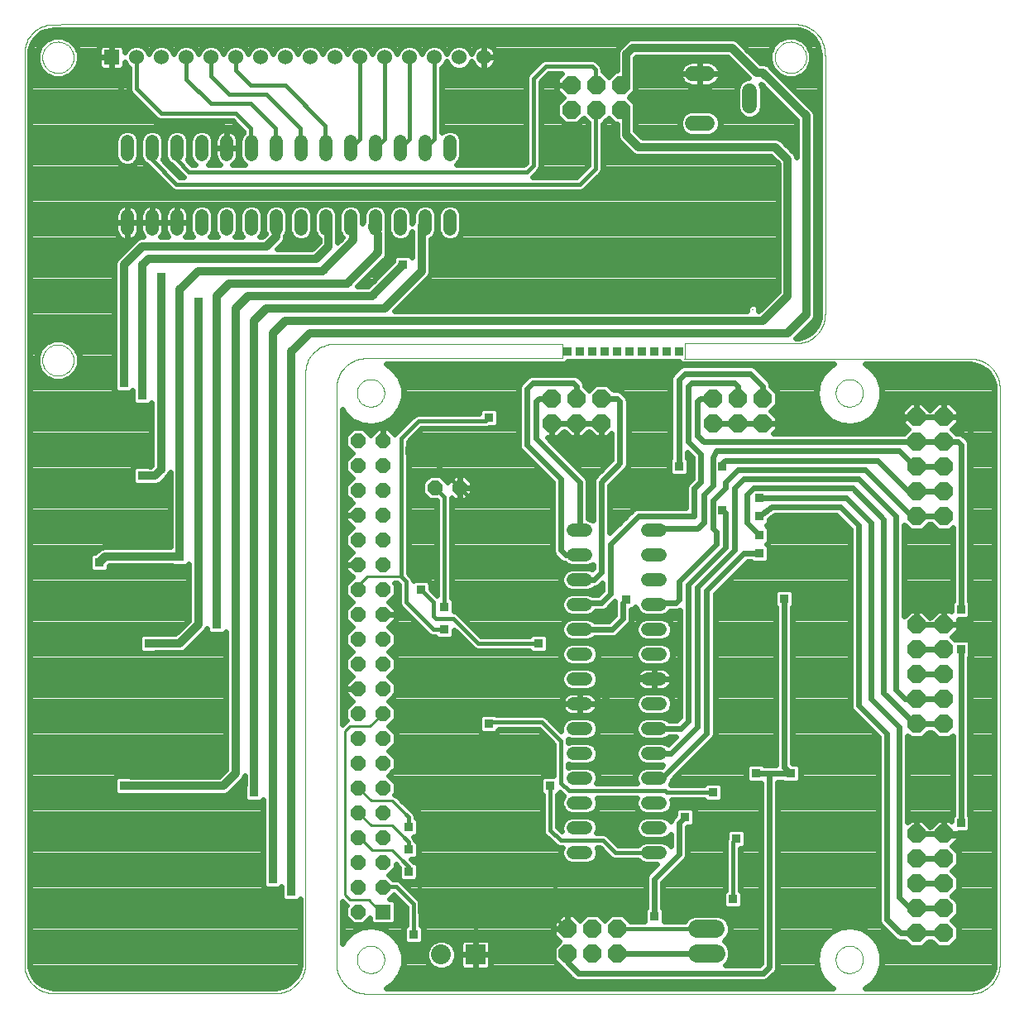
<source format=gbl>
G75*
G70*
%OFA0B0*%
%FSLAX24Y24*%
%IPPOS*%
%LPD*%
%AMOC8*
5,1,8,0,0,1.08239X$1,22.5*
%
%ADD10C,0.0000*%
%ADD11C,0.0001*%
%ADD12R,0.0600X0.0600*%
%ADD13OC8,0.0600*%
%ADD14OC8,0.0740*%
%ADD15C,0.0520*%
%ADD16C,0.0740*%
%ADD17R,0.0800X0.0800*%
%ADD18C,0.0800*%
%ADD19C,0.0600*%
%ADD20C,0.0600*%
%ADD21C,0.0240*%
%ADD22R,0.0356X0.0356*%
%ADD23C,0.0160*%
%ADD24C,0.0100*%
%ADD25C,0.0320*%
D10*
X016753Y006193D02*
X016755Y006240D01*
X016761Y006286D01*
X016771Y006332D01*
X016784Y006377D01*
X016802Y006420D01*
X016823Y006462D01*
X016847Y006502D01*
X016875Y006539D01*
X016906Y006574D01*
X016940Y006607D01*
X016976Y006636D01*
X017015Y006662D01*
X017056Y006685D01*
X017099Y006704D01*
X017143Y006720D01*
X017188Y006732D01*
X017234Y006740D01*
X017281Y006744D01*
X017327Y006744D01*
X017374Y006740D01*
X017420Y006732D01*
X017465Y006720D01*
X017509Y006704D01*
X017552Y006685D01*
X017593Y006662D01*
X017632Y006636D01*
X017668Y006607D01*
X017702Y006574D01*
X017733Y006539D01*
X017761Y006502D01*
X017785Y006462D01*
X017806Y006420D01*
X017824Y006377D01*
X017837Y006332D01*
X017847Y006286D01*
X017853Y006240D01*
X017855Y006193D01*
X017853Y006146D01*
X017847Y006100D01*
X017837Y006054D01*
X017824Y006009D01*
X017806Y005966D01*
X017785Y005924D01*
X017761Y005884D01*
X017733Y005847D01*
X017702Y005812D01*
X017668Y005779D01*
X017632Y005750D01*
X017593Y005724D01*
X017552Y005701D01*
X017509Y005682D01*
X017465Y005666D01*
X017420Y005654D01*
X017374Y005646D01*
X017327Y005642D01*
X017281Y005642D01*
X017234Y005646D01*
X017188Y005654D01*
X017143Y005666D01*
X017099Y005682D01*
X017056Y005701D01*
X017015Y005724D01*
X016976Y005750D01*
X016940Y005779D01*
X016906Y005812D01*
X016875Y005847D01*
X016847Y005884D01*
X016823Y005924D01*
X016802Y005966D01*
X016784Y006009D01*
X016771Y006054D01*
X016761Y006100D01*
X016755Y006146D01*
X016753Y006193D01*
X036045Y006193D02*
X036047Y006240D01*
X036053Y006286D01*
X036063Y006332D01*
X036076Y006377D01*
X036094Y006420D01*
X036115Y006462D01*
X036139Y006502D01*
X036167Y006539D01*
X036198Y006574D01*
X036232Y006607D01*
X036268Y006636D01*
X036307Y006662D01*
X036348Y006685D01*
X036391Y006704D01*
X036435Y006720D01*
X036480Y006732D01*
X036526Y006740D01*
X036573Y006744D01*
X036619Y006744D01*
X036666Y006740D01*
X036712Y006732D01*
X036757Y006720D01*
X036801Y006704D01*
X036844Y006685D01*
X036885Y006662D01*
X036924Y006636D01*
X036960Y006607D01*
X036994Y006574D01*
X037025Y006539D01*
X037053Y006502D01*
X037077Y006462D01*
X037098Y006420D01*
X037116Y006377D01*
X037129Y006332D01*
X037139Y006286D01*
X037145Y006240D01*
X037147Y006193D01*
X037145Y006146D01*
X037139Y006100D01*
X037129Y006054D01*
X037116Y006009D01*
X037098Y005966D01*
X037077Y005924D01*
X037053Y005884D01*
X037025Y005847D01*
X036994Y005812D01*
X036960Y005779D01*
X036924Y005750D01*
X036885Y005724D01*
X036844Y005701D01*
X036801Y005682D01*
X036757Y005666D01*
X036712Y005654D01*
X036666Y005646D01*
X036619Y005642D01*
X036573Y005642D01*
X036526Y005646D01*
X036480Y005654D01*
X036435Y005666D01*
X036391Y005682D01*
X036348Y005701D01*
X036307Y005724D01*
X036268Y005750D01*
X036232Y005779D01*
X036198Y005812D01*
X036167Y005847D01*
X036139Y005884D01*
X036115Y005924D01*
X036094Y005966D01*
X036076Y006009D01*
X036063Y006054D01*
X036053Y006100D01*
X036047Y006146D01*
X036045Y006193D01*
X036045Y029028D02*
X036047Y029075D01*
X036053Y029121D01*
X036063Y029167D01*
X036076Y029212D01*
X036094Y029255D01*
X036115Y029297D01*
X036139Y029337D01*
X036167Y029374D01*
X036198Y029409D01*
X036232Y029442D01*
X036268Y029471D01*
X036307Y029497D01*
X036348Y029520D01*
X036391Y029539D01*
X036435Y029555D01*
X036480Y029567D01*
X036526Y029575D01*
X036573Y029579D01*
X036619Y029579D01*
X036666Y029575D01*
X036712Y029567D01*
X036757Y029555D01*
X036801Y029539D01*
X036844Y029520D01*
X036885Y029497D01*
X036924Y029471D01*
X036960Y029442D01*
X036994Y029409D01*
X037025Y029374D01*
X037053Y029337D01*
X037077Y029297D01*
X037098Y029255D01*
X037116Y029212D01*
X037129Y029167D01*
X037139Y029121D01*
X037145Y029075D01*
X037147Y029028D01*
X037145Y028981D01*
X037139Y028935D01*
X037129Y028889D01*
X037116Y028844D01*
X037098Y028801D01*
X037077Y028759D01*
X037053Y028719D01*
X037025Y028682D01*
X036994Y028647D01*
X036960Y028614D01*
X036924Y028585D01*
X036885Y028559D01*
X036844Y028536D01*
X036801Y028517D01*
X036757Y028501D01*
X036712Y028489D01*
X036666Y028481D01*
X036619Y028477D01*
X036573Y028477D01*
X036526Y028481D01*
X036480Y028489D01*
X036435Y028501D01*
X036391Y028517D01*
X036348Y028536D01*
X036307Y028559D01*
X036268Y028585D01*
X036232Y028614D01*
X036198Y028647D01*
X036167Y028682D01*
X036139Y028719D01*
X036115Y028759D01*
X036094Y028801D01*
X036076Y028844D01*
X036063Y028889D01*
X036053Y028935D01*
X036047Y028981D01*
X036045Y029028D01*
X033600Y042556D02*
X033602Y042606D01*
X033608Y042656D01*
X033618Y042705D01*
X033632Y042753D01*
X033649Y042800D01*
X033670Y042845D01*
X033695Y042889D01*
X033723Y042930D01*
X033755Y042969D01*
X033789Y043006D01*
X033826Y043040D01*
X033866Y043070D01*
X033908Y043097D01*
X033952Y043121D01*
X033998Y043142D01*
X034045Y043158D01*
X034093Y043171D01*
X034143Y043180D01*
X034192Y043185D01*
X034243Y043186D01*
X034293Y043183D01*
X034342Y043176D01*
X034391Y043165D01*
X034439Y043150D01*
X034485Y043132D01*
X034530Y043110D01*
X034573Y043084D01*
X034614Y043055D01*
X034653Y043023D01*
X034689Y042988D01*
X034721Y042950D01*
X034751Y042910D01*
X034778Y042867D01*
X034801Y042823D01*
X034820Y042777D01*
X034836Y042729D01*
X034848Y042680D01*
X034856Y042631D01*
X034860Y042581D01*
X034860Y042531D01*
X034856Y042481D01*
X034848Y042432D01*
X034836Y042383D01*
X034820Y042335D01*
X034801Y042289D01*
X034778Y042245D01*
X034751Y042202D01*
X034721Y042162D01*
X034689Y042124D01*
X034653Y042089D01*
X034614Y042057D01*
X034573Y042028D01*
X034530Y042002D01*
X034485Y041980D01*
X034439Y041962D01*
X034391Y041947D01*
X034342Y041936D01*
X034293Y041929D01*
X034243Y041926D01*
X034192Y041927D01*
X034143Y041932D01*
X034093Y041941D01*
X034045Y041954D01*
X033998Y041970D01*
X033952Y041991D01*
X033908Y042015D01*
X033866Y042042D01*
X033826Y042072D01*
X033789Y042106D01*
X033755Y042143D01*
X033723Y042182D01*
X033695Y042223D01*
X033670Y042267D01*
X033649Y042312D01*
X033632Y042359D01*
X033618Y042407D01*
X033608Y042456D01*
X033602Y042506D01*
X033600Y042556D01*
X016753Y029028D02*
X016755Y029075D01*
X016761Y029121D01*
X016771Y029167D01*
X016784Y029212D01*
X016802Y029255D01*
X016823Y029297D01*
X016847Y029337D01*
X016875Y029374D01*
X016906Y029409D01*
X016940Y029442D01*
X016976Y029471D01*
X017015Y029497D01*
X017056Y029520D01*
X017099Y029539D01*
X017143Y029555D01*
X017188Y029567D01*
X017234Y029575D01*
X017281Y029579D01*
X017327Y029579D01*
X017374Y029575D01*
X017420Y029567D01*
X017465Y029555D01*
X017509Y029539D01*
X017552Y029520D01*
X017593Y029497D01*
X017632Y029471D01*
X017668Y029442D01*
X017702Y029409D01*
X017733Y029374D01*
X017761Y029337D01*
X017785Y029297D01*
X017806Y029255D01*
X017824Y029212D01*
X017837Y029167D01*
X017847Y029121D01*
X017853Y029075D01*
X017855Y029028D01*
X017853Y028981D01*
X017847Y028935D01*
X017837Y028889D01*
X017824Y028844D01*
X017806Y028801D01*
X017785Y028759D01*
X017761Y028719D01*
X017733Y028682D01*
X017702Y028647D01*
X017668Y028614D01*
X017632Y028585D01*
X017593Y028559D01*
X017552Y028536D01*
X017509Y028517D01*
X017465Y028501D01*
X017420Y028489D01*
X017374Y028481D01*
X017327Y028477D01*
X017281Y028477D01*
X017234Y028481D01*
X017188Y028489D01*
X017143Y028501D01*
X017099Y028517D01*
X017056Y028536D01*
X017015Y028559D01*
X016976Y028585D01*
X016940Y028614D01*
X016906Y028647D01*
X016875Y028682D01*
X016847Y028719D01*
X016823Y028759D01*
X016802Y028801D01*
X016784Y028844D01*
X016771Y028889D01*
X016761Y028935D01*
X016755Y028981D01*
X016753Y029028D01*
X004073Y030351D02*
X004075Y030401D01*
X004081Y030451D01*
X004091Y030500D01*
X004105Y030548D01*
X004122Y030595D01*
X004143Y030640D01*
X004168Y030684D01*
X004196Y030725D01*
X004228Y030764D01*
X004262Y030801D01*
X004299Y030835D01*
X004339Y030865D01*
X004381Y030892D01*
X004425Y030916D01*
X004471Y030937D01*
X004518Y030953D01*
X004566Y030966D01*
X004616Y030975D01*
X004665Y030980D01*
X004716Y030981D01*
X004766Y030978D01*
X004815Y030971D01*
X004864Y030960D01*
X004912Y030945D01*
X004958Y030927D01*
X005003Y030905D01*
X005046Y030879D01*
X005087Y030850D01*
X005126Y030818D01*
X005162Y030783D01*
X005194Y030745D01*
X005224Y030705D01*
X005251Y030662D01*
X005274Y030618D01*
X005293Y030572D01*
X005309Y030524D01*
X005321Y030475D01*
X005329Y030426D01*
X005333Y030376D01*
X005333Y030326D01*
X005329Y030276D01*
X005321Y030227D01*
X005309Y030178D01*
X005293Y030130D01*
X005274Y030084D01*
X005251Y030040D01*
X005224Y029997D01*
X005194Y029957D01*
X005162Y029919D01*
X005126Y029884D01*
X005087Y029852D01*
X005046Y029823D01*
X005003Y029797D01*
X004958Y029775D01*
X004912Y029757D01*
X004864Y029742D01*
X004815Y029731D01*
X004766Y029724D01*
X004716Y029721D01*
X004665Y029722D01*
X004616Y029727D01*
X004566Y029736D01*
X004518Y029749D01*
X004471Y029765D01*
X004425Y029786D01*
X004381Y029810D01*
X004339Y029837D01*
X004299Y029867D01*
X004262Y029901D01*
X004228Y029938D01*
X004196Y029977D01*
X004168Y030018D01*
X004143Y030062D01*
X004122Y030107D01*
X004105Y030154D01*
X004091Y030202D01*
X004081Y030251D01*
X004075Y030301D01*
X004073Y030351D01*
X004073Y042556D02*
X004075Y042606D01*
X004081Y042656D01*
X004091Y042705D01*
X004105Y042753D01*
X004122Y042800D01*
X004143Y042845D01*
X004168Y042889D01*
X004196Y042930D01*
X004228Y042969D01*
X004262Y043006D01*
X004299Y043040D01*
X004339Y043070D01*
X004381Y043097D01*
X004425Y043121D01*
X004471Y043142D01*
X004518Y043158D01*
X004566Y043171D01*
X004616Y043180D01*
X004665Y043185D01*
X004716Y043186D01*
X004766Y043183D01*
X004815Y043176D01*
X004864Y043165D01*
X004912Y043150D01*
X004958Y043132D01*
X005003Y043110D01*
X005046Y043084D01*
X005087Y043055D01*
X005126Y043023D01*
X005162Y042988D01*
X005194Y042950D01*
X005224Y042910D01*
X005251Y042867D01*
X005274Y042823D01*
X005293Y042777D01*
X005309Y042729D01*
X005321Y042680D01*
X005329Y042631D01*
X005333Y042581D01*
X005333Y042531D01*
X005329Y042481D01*
X005321Y042432D01*
X005309Y042383D01*
X005293Y042335D01*
X005274Y042289D01*
X005251Y042245D01*
X005224Y042202D01*
X005194Y042162D01*
X005162Y042124D01*
X005126Y042089D01*
X005087Y042057D01*
X005046Y042028D01*
X005003Y042002D01*
X004958Y041980D01*
X004912Y041962D01*
X004864Y041947D01*
X004815Y041936D01*
X004766Y041929D01*
X004716Y041926D01*
X004665Y041927D01*
X004616Y041932D01*
X004566Y041941D01*
X004518Y041954D01*
X004471Y041970D01*
X004425Y041991D01*
X004381Y042015D01*
X004339Y042042D01*
X004299Y042072D01*
X004262Y042106D01*
X004228Y042143D01*
X004196Y042182D01*
X004168Y042223D01*
X004143Y042267D01*
X004122Y042312D01*
X004105Y042359D01*
X004091Y042407D01*
X004081Y042456D01*
X004075Y042506D01*
X004073Y042556D01*
D11*
X004544Y004829D02*
X013461Y004829D01*
X013459Y004830D02*
X013527Y004832D01*
X013595Y004838D01*
X013662Y004847D01*
X013729Y004861D01*
X013795Y004878D01*
X013860Y004899D01*
X013924Y004923D01*
X013986Y004951D01*
X014047Y004982D01*
X014105Y005017D01*
X014162Y005055D01*
X014216Y005095D01*
X014269Y005139D01*
X014318Y005186D01*
X014365Y005236D01*
X014409Y005288D01*
X014450Y005342D01*
X014488Y005399D01*
X014523Y005457D01*
X014554Y005518D01*
X014582Y005580D01*
X014607Y005643D01*
X014627Y005708D01*
X014645Y005774D01*
X014658Y005841D01*
X014668Y005909D01*
X014674Y005976D01*
X014676Y006045D01*
X014674Y006113D01*
X014675Y006109D02*
X014671Y029822D01*
X014671Y029817D02*
X014673Y029884D01*
X014678Y029950D01*
X014687Y030015D01*
X014699Y030081D01*
X014716Y030145D01*
X014735Y030208D01*
X014759Y030270D01*
X014785Y030331D01*
X014815Y030390D01*
X014849Y030447D01*
X014885Y030503D01*
X014925Y030556D01*
X014967Y030607D01*
X015012Y030655D01*
X015060Y030701D01*
X015110Y030744D01*
X015163Y030785D01*
X015218Y030822D01*
X015275Y030856D01*
X015333Y030887D01*
X015394Y030915D01*
X015455Y030939D01*
X015518Y030960D01*
X015582Y030977D01*
X015647Y030990D01*
X015713Y031000D01*
X015779Y031006D01*
X015845Y031009D01*
X015911Y031008D01*
X015914Y031007D01*
X025044Y031012D01*
X025043Y031014D02*
X025044Y030424D01*
X017176Y030424D01*
X017173Y030426D02*
X017107Y030427D01*
X017041Y030424D01*
X016975Y030418D01*
X016909Y030408D01*
X016844Y030395D01*
X016780Y030378D01*
X016717Y030357D01*
X016656Y030333D01*
X016595Y030305D01*
X016537Y030274D01*
X016480Y030240D01*
X016425Y030203D01*
X016372Y030162D01*
X016322Y030119D01*
X016274Y030073D01*
X016229Y030025D01*
X016187Y029974D01*
X016147Y029921D01*
X016111Y029865D01*
X016077Y029808D01*
X016047Y029749D01*
X016021Y029688D01*
X015997Y029626D01*
X015978Y029563D01*
X015961Y029499D01*
X015949Y029433D01*
X015940Y029368D01*
X015935Y029302D01*
X015933Y029235D01*
X015934Y029235D02*
X015934Y006055D01*
X015934Y005995D01*
X015933Y006055D02*
X015932Y005989D01*
X015935Y005923D01*
X015941Y005857D01*
X015951Y005791D01*
X015964Y005726D01*
X015981Y005662D01*
X016002Y005599D01*
X016026Y005538D01*
X016054Y005477D01*
X016085Y005419D01*
X016119Y005362D01*
X016156Y005307D01*
X016197Y005254D01*
X016240Y005204D01*
X016286Y005156D01*
X016334Y005111D01*
X016385Y005069D01*
X016438Y005029D01*
X016494Y004993D01*
X016551Y004959D01*
X016610Y004929D01*
X016671Y004903D01*
X016733Y004879D01*
X016796Y004860D01*
X016860Y004843D01*
X016926Y004831D01*
X016991Y004822D01*
X017057Y004817D01*
X017124Y004815D01*
X017104Y004815D01*
X017124Y004815D02*
X041414Y004815D01*
X041474Y004815D01*
X041414Y004814D02*
X041480Y004813D01*
X041546Y004816D01*
X041612Y004822D01*
X041678Y004832D01*
X041743Y004845D01*
X041807Y004862D01*
X041870Y004883D01*
X041931Y004907D01*
X041992Y004935D01*
X042050Y004966D01*
X042107Y005000D01*
X042162Y005037D01*
X042215Y005078D01*
X042265Y005121D01*
X042313Y005167D01*
X042358Y005215D01*
X042400Y005266D01*
X042440Y005319D01*
X042476Y005375D01*
X042510Y005432D01*
X042540Y005491D01*
X042566Y005552D01*
X042590Y005614D01*
X042609Y005677D01*
X042626Y005741D01*
X042638Y005807D01*
X042647Y005872D01*
X042652Y005938D01*
X042654Y006005D01*
X042654Y029165D01*
X042654Y029225D01*
X042654Y029165D02*
X042655Y029232D01*
X042653Y029298D01*
X042647Y029365D01*
X042637Y029430D01*
X042624Y029496D01*
X042607Y029560D01*
X042586Y029623D01*
X042562Y029685D01*
X042534Y029746D01*
X042504Y029805D01*
X042470Y029862D01*
X042432Y029917D01*
X042392Y029970D01*
X042349Y030021D01*
X042303Y030069D01*
X042255Y030114D01*
X042204Y030157D01*
X042150Y030197D01*
X042095Y030234D01*
X042037Y030267D01*
X041978Y030298D01*
X041917Y030325D01*
X041855Y030348D01*
X041792Y030368D01*
X041727Y030385D01*
X041662Y030398D01*
X041596Y030407D01*
X041530Y030412D01*
X041463Y030414D01*
X041460Y030414D01*
X041459Y030414D02*
X041464Y030414D01*
X029974Y030414D01*
X029934Y030414D01*
X029974Y030414D02*
X029974Y031022D01*
X034359Y031022D01*
X034375Y031024D02*
X034441Y031023D01*
X034507Y031026D01*
X034574Y031032D01*
X034639Y031042D01*
X034704Y031055D01*
X034768Y031072D01*
X034832Y031093D01*
X034893Y031117D01*
X034954Y031145D01*
X035013Y031176D01*
X035069Y031210D01*
X035124Y031247D01*
X035177Y031287D01*
X035228Y031331D01*
X035276Y031377D01*
X035321Y031425D01*
X035363Y031476D01*
X035403Y031529D01*
X035440Y031585D01*
X035473Y031642D01*
X035503Y031701D01*
X035530Y031762D01*
X035553Y031824D01*
X035573Y031888D01*
X035589Y031952D01*
X035602Y032017D01*
X035611Y032083D01*
X035616Y032149D01*
X035618Y032216D01*
X035619Y032206D02*
X035619Y042649D01*
X035612Y042649D01*
X035611Y042647D02*
X035612Y042713D01*
X035609Y042779D01*
X035603Y042846D01*
X035593Y042911D01*
X035580Y042976D01*
X035563Y043040D01*
X035542Y043104D01*
X035518Y043165D01*
X035490Y043226D01*
X035459Y043285D01*
X035425Y043341D01*
X035388Y043396D01*
X035348Y043449D01*
X035304Y043500D01*
X035258Y043548D01*
X035210Y043593D01*
X035159Y043635D01*
X035106Y043675D01*
X035050Y043712D01*
X034993Y043745D01*
X034934Y043775D01*
X034873Y043802D01*
X034811Y043825D01*
X034747Y043845D01*
X034683Y043861D01*
X034618Y043874D01*
X034552Y043883D01*
X034486Y043888D01*
X034419Y043890D01*
X034420Y043890D02*
X034420Y043890D01*
X005074Y043890D01*
X005072Y043890D02*
X004521Y043882D01*
X004522Y043882D02*
X004455Y043881D01*
X004388Y043876D01*
X004322Y043867D01*
X004256Y043854D01*
X004191Y043837D01*
X004127Y043817D01*
X004065Y043793D01*
X004004Y043766D01*
X003944Y043735D01*
X003887Y043700D01*
X003832Y043663D01*
X003779Y043622D01*
X003728Y043578D01*
X003680Y043532D01*
X003635Y043482D01*
X003592Y043430D01*
X003553Y043376D01*
X003517Y043320D01*
X003484Y043261D01*
X003455Y043201D01*
X003429Y043139D01*
X003407Y043076D01*
X003389Y043012D01*
X003374Y042947D01*
X003363Y042880D01*
X003356Y042814D01*
X003353Y042747D01*
X003354Y042680D01*
X003353Y042682D02*
X003353Y006068D01*
X003353Y006069D02*
X003352Y006003D01*
X003355Y005937D01*
X003361Y005871D01*
X003371Y005805D01*
X003384Y005740D01*
X003401Y005676D01*
X003422Y005613D01*
X003446Y005552D01*
X003474Y005491D01*
X003505Y005433D01*
X003539Y005376D01*
X003576Y005321D01*
X003617Y005268D01*
X003660Y005218D01*
X003706Y005170D01*
X003754Y005125D01*
X003805Y005083D01*
X003858Y005043D01*
X003914Y005007D01*
X003971Y004973D01*
X004030Y004943D01*
X004091Y004917D01*
X004153Y004893D01*
X004216Y004874D01*
X004280Y004857D01*
X004346Y004845D01*
X004411Y004836D01*
X004477Y004831D01*
X004544Y004829D01*
X032684Y032392D02*
X032701Y032410D01*
D12*
X017804Y008110D03*
X006868Y042556D03*
D13*
X016804Y027110D03*
X016804Y026110D03*
X017804Y026110D03*
X017804Y027110D03*
X017804Y025110D03*
X017804Y024110D03*
X017804Y023110D03*
X017804Y022110D03*
X017804Y021110D03*
X016804Y021110D03*
X016804Y022110D03*
X016804Y023110D03*
X016804Y024110D03*
X016804Y025110D03*
X019893Y025207D03*
X020893Y025207D03*
X017804Y020110D03*
X017804Y019110D03*
X017804Y018110D03*
X017804Y017110D03*
X016804Y017110D03*
X016804Y018110D03*
X016804Y019110D03*
X016804Y020110D03*
X016804Y016110D03*
X016804Y015110D03*
X016804Y014110D03*
X016804Y013110D03*
X017804Y013110D03*
X017804Y014110D03*
X017804Y015110D03*
X017804Y016110D03*
X017804Y012110D03*
X017804Y011110D03*
X017804Y010110D03*
X017804Y009110D03*
X016804Y009110D03*
X016804Y008110D03*
X016804Y010110D03*
X016804Y011110D03*
X016804Y012110D03*
D14*
X025244Y007429D03*
X026244Y007429D03*
X027244Y007429D03*
X027244Y006429D03*
X026244Y006429D03*
X025244Y006429D03*
X039299Y007252D03*
X039299Y008252D03*
X039299Y009252D03*
X039299Y010252D03*
X040399Y010252D03*
X040399Y009252D03*
X040399Y008252D03*
X040399Y007252D03*
X040399Y011252D03*
X039299Y011252D03*
X039299Y015690D03*
X040399Y015690D03*
X040399Y016690D03*
X040399Y017690D03*
X040399Y018690D03*
X040399Y019690D03*
X039299Y019690D03*
X039299Y018690D03*
X039299Y017690D03*
X039299Y016690D03*
X039299Y024065D03*
X039299Y025065D03*
X040399Y025065D03*
X040399Y024065D03*
X040399Y026065D03*
X040399Y027065D03*
X040399Y028065D03*
X039299Y028065D03*
X039299Y027065D03*
X039299Y026065D03*
X033099Y027815D03*
X033099Y028815D03*
X032099Y028815D03*
X031099Y028815D03*
X031099Y027815D03*
X032099Y027815D03*
X026599Y027815D03*
X026599Y028815D03*
X025599Y028815D03*
X024599Y028815D03*
X024599Y027815D03*
X025599Y027815D03*
X025387Y040445D03*
X026387Y040445D03*
X026387Y041445D03*
X025387Y041445D03*
X027387Y041445D03*
X027387Y040445D03*
D15*
X020497Y039171D02*
X020497Y038651D01*
X019497Y038651D02*
X019497Y039171D01*
X018497Y039171D02*
X018497Y038651D01*
X017497Y038651D02*
X017497Y039171D01*
X016497Y039171D02*
X016497Y038651D01*
X015497Y038651D02*
X015497Y039171D01*
X014497Y039171D02*
X014497Y038651D01*
X013497Y038651D02*
X013497Y039171D01*
X012497Y039171D02*
X012497Y038651D01*
X011497Y038651D02*
X011497Y039171D01*
X010497Y039171D02*
X010497Y038651D01*
X009497Y038651D02*
X009497Y039171D01*
X008497Y039171D02*
X008497Y038651D01*
X007497Y038651D02*
X007497Y039171D01*
X007497Y036171D02*
X007497Y035651D01*
X008497Y035651D02*
X008497Y036171D01*
X009497Y036171D02*
X009497Y035651D01*
X010497Y035651D02*
X010497Y036171D01*
X011497Y036171D02*
X011497Y035651D01*
X012497Y035651D02*
X012497Y036171D01*
X013497Y036171D02*
X013497Y035651D01*
X014497Y035651D02*
X014497Y036171D01*
X015497Y036171D02*
X015497Y035651D01*
X016497Y035651D02*
X016497Y036171D01*
X017497Y036171D02*
X017497Y035651D01*
X018497Y035651D02*
X018497Y036171D01*
X019497Y036171D02*
X019497Y035651D01*
X020497Y035651D02*
X020497Y036171D01*
X025464Y023502D02*
X025984Y023502D01*
X025984Y022502D02*
X025464Y022502D01*
X025464Y021502D02*
X025984Y021502D01*
X025984Y020502D02*
X025464Y020502D01*
X025464Y019502D02*
X025984Y019502D01*
X025984Y018502D02*
X025464Y018502D01*
X025464Y017502D02*
X025984Y017502D01*
X025984Y016502D02*
X025464Y016502D01*
X025464Y015502D02*
X025984Y015502D01*
X025984Y014502D02*
X025464Y014502D01*
X025464Y013502D02*
X025984Y013502D01*
X025984Y012502D02*
X025464Y012502D01*
X025464Y011502D02*
X025984Y011502D01*
X025984Y010502D02*
X025464Y010502D01*
X028464Y010502D02*
X028984Y010502D01*
X028984Y011502D02*
X028464Y011502D01*
X028464Y012502D02*
X028984Y012502D01*
X028984Y013502D02*
X028464Y013502D01*
X028464Y014502D02*
X028984Y014502D01*
X028984Y015502D02*
X028464Y015502D01*
X028464Y016502D02*
X028984Y016502D01*
X028984Y017502D02*
X028464Y017502D01*
X028464Y018502D02*
X028984Y018502D01*
X028984Y019502D02*
X028464Y019502D01*
X028464Y020502D02*
X028984Y020502D01*
X028984Y021502D02*
X028464Y021502D01*
X028464Y022502D02*
X028984Y022502D01*
X028984Y023502D02*
X028464Y023502D01*
D16*
X030475Y007421D02*
X031215Y007421D01*
X031223Y006440D02*
X030483Y006440D01*
D17*
X021524Y006390D03*
D18*
X020146Y006390D03*
D19*
X019868Y042556D03*
X018868Y042556D03*
X017868Y042556D03*
X016868Y042556D03*
X015868Y042556D03*
X014868Y042556D03*
X013868Y042556D03*
X012868Y042556D03*
X011868Y042556D03*
X010868Y042556D03*
X009868Y042556D03*
X008868Y042556D03*
X007868Y042556D03*
X020868Y042556D03*
X021868Y042556D03*
D20*
X030279Y041905D02*
X030879Y041905D01*
X032579Y041205D02*
X032579Y040605D01*
X030879Y039905D02*
X030279Y039905D01*
D21*
X029937Y039511D02*
X028070Y039511D01*
X027983Y039597D02*
X027983Y040304D01*
X027977Y040320D01*
X027977Y040689D01*
X027721Y040945D01*
X027977Y041201D01*
X027977Y041570D01*
X027983Y041586D01*
X027983Y042533D01*
X028011Y042560D01*
X031696Y042560D01*
X032531Y041725D01*
X032475Y041725D01*
X032284Y041645D01*
X032138Y041499D01*
X032059Y041308D01*
X032059Y040501D01*
X032138Y040310D01*
X032284Y040164D01*
X032475Y040085D01*
X032682Y040085D01*
X032873Y040164D01*
X033019Y040310D01*
X033099Y040501D01*
X033099Y041308D01*
X033028Y041478D01*
X034473Y040033D01*
X034473Y038540D01*
X034426Y038655D01*
X033926Y039155D01*
X033819Y039262D01*
X033679Y039320D01*
X028261Y039320D01*
X027983Y039597D01*
X027983Y039750D02*
X029780Y039750D01*
X029759Y039801D02*
X029838Y039610D01*
X029984Y039464D01*
X030175Y039385D01*
X030982Y039385D01*
X031173Y039464D01*
X031319Y039610D01*
X031399Y039801D01*
X031399Y040008D01*
X031319Y040199D01*
X031173Y040345D01*
X030982Y040425D01*
X030175Y040425D01*
X029984Y040345D01*
X029838Y040199D01*
X029759Y040008D01*
X029759Y039801D01*
X029759Y039988D02*
X027983Y039988D01*
X027983Y040227D02*
X029865Y040227D01*
X030157Y041397D02*
X030238Y041385D01*
X030579Y041385D01*
X030919Y041385D01*
X031000Y041397D01*
X031078Y041423D01*
X031151Y041460D01*
X031217Y041508D01*
X031275Y041566D01*
X031323Y041632D01*
X031360Y041705D01*
X031386Y041783D01*
X031399Y041864D01*
X031399Y041905D01*
X031399Y041946D01*
X031386Y042026D01*
X031360Y042104D01*
X031323Y042177D01*
X031275Y042243D01*
X031217Y042301D01*
X031151Y042349D01*
X031078Y042387D01*
X031000Y042412D01*
X030919Y042425D01*
X030579Y042425D01*
X030579Y041905D01*
X030579Y041905D01*
X031399Y041905D01*
X030579Y041905D01*
X030579Y041905D01*
X030579Y042425D01*
X030238Y042425D01*
X030157Y042412D01*
X030079Y042387D01*
X030006Y042349D01*
X029940Y042301D01*
X029882Y042243D01*
X029834Y042177D01*
X029797Y042104D01*
X029771Y042026D01*
X029759Y041946D01*
X029759Y041905D01*
X030579Y041905D01*
X030579Y041385D01*
X030579Y041905D01*
X030579Y041905D01*
X030579Y041905D01*
X029759Y041905D01*
X029759Y041864D01*
X029771Y041783D01*
X029797Y041705D01*
X029834Y041632D01*
X029882Y041566D01*
X029940Y041508D01*
X030006Y041460D01*
X030079Y041423D01*
X030157Y041397D01*
X030090Y041419D02*
X027977Y041419D01*
X027983Y041658D02*
X029821Y041658D01*
X029759Y041896D02*
X027983Y041896D01*
X027983Y042135D02*
X029812Y042135D01*
X030052Y042373D02*
X027983Y042373D01*
X027388Y043012D02*
X027281Y042905D01*
X027223Y042766D01*
X027223Y042035D01*
X027142Y042035D01*
X026887Y041779D01*
X026653Y042012D01*
X026653Y042125D01*
X026608Y042235D01*
X026523Y042319D01*
X026398Y042444D01*
X026288Y042490D01*
X024294Y042490D01*
X024184Y042444D01*
X024099Y042360D01*
X023599Y041860D01*
X023553Y041750D01*
X023553Y038314D01*
X023479Y038240D01*
X020760Y038240D01*
X020769Y038244D01*
X020904Y038379D01*
X020977Y038555D01*
X020977Y039266D01*
X020904Y039442D01*
X020769Y039577D01*
X020593Y039651D01*
X020402Y039651D01*
X020225Y039577D01*
X020168Y039520D01*
X020168Y042120D01*
X020309Y042261D01*
X020368Y042404D01*
X020427Y042261D01*
X020574Y042115D01*
X020765Y042036D01*
X020972Y042036D01*
X021163Y042115D01*
X021309Y042261D01*
X021370Y042407D01*
X021386Y042356D01*
X021423Y042283D01*
X021472Y042217D01*
X021529Y042159D01*
X021596Y042111D01*
X021669Y042074D01*
X021746Y042049D01*
X021827Y042036D01*
X021868Y042036D01*
X021868Y042556D01*
X021868Y043076D01*
X021827Y043076D01*
X021746Y043063D01*
X021669Y043038D01*
X021596Y043000D01*
X021529Y042952D01*
X021472Y042894D01*
X021423Y042828D01*
X021386Y042755D01*
X021370Y042704D01*
X021309Y042850D01*
X021439Y042850D01*
X021309Y042850D02*
X021163Y042997D01*
X020972Y043076D01*
X020765Y043076D01*
X020574Y042997D01*
X020427Y042850D01*
X020309Y042850D01*
X020163Y042997D01*
X019972Y043076D01*
X019765Y043076D01*
X019574Y042997D01*
X019427Y042850D01*
X019309Y042850D01*
X019163Y042997D01*
X018972Y043076D01*
X018765Y043076D01*
X018574Y042997D01*
X018427Y042850D01*
X018309Y042850D01*
X018163Y042997D01*
X017972Y043076D01*
X017765Y043076D01*
X017574Y042997D01*
X017427Y042850D01*
X017309Y042850D01*
X017163Y042997D01*
X016972Y043076D01*
X016765Y043076D01*
X016574Y042997D01*
X016427Y042850D01*
X016309Y042850D01*
X016163Y042997D01*
X015972Y043076D01*
X015765Y043076D01*
X015574Y042997D01*
X015427Y042850D01*
X015309Y042850D01*
X015163Y042997D01*
X014972Y043076D01*
X014765Y043076D01*
X014574Y042997D01*
X014427Y042850D01*
X014309Y042850D01*
X014163Y042997D01*
X013972Y043076D01*
X013765Y043076D01*
X013574Y042997D01*
X013427Y042850D01*
X013309Y042850D01*
X013163Y042997D01*
X012972Y043076D01*
X012765Y043076D01*
X012574Y042997D01*
X012427Y042850D01*
X012309Y042850D01*
X012163Y042997D01*
X011972Y043076D01*
X011765Y043076D01*
X011574Y042997D01*
X011427Y042850D01*
X011309Y042850D01*
X011163Y042997D01*
X010972Y043076D01*
X010765Y043076D01*
X010574Y042997D01*
X010427Y042850D01*
X010309Y042850D01*
X010163Y042997D01*
X009972Y043076D01*
X009765Y043076D01*
X009574Y042997D01*
X009427Y042850D01*
X009309Y042850D01*
X009163Y042997D01*
X008972Y043076D01*
X008765Y043076D01*
X008574Y042997D01*
X008427Y042850D01*
X008309Y042850D01*
X008163Y042997D01*
X007972Y043076D01*
X007765Y043076D01*
X007574Y042997D01*
X007427Y042850D01*
X007388Y042850D01*
X007388Y042885D02*
X007373Y042941D01*
X007344Y042991D01*
X007303Y043032D01*
X007253Y043061D01*
X007197Y043076D01*
X006868Y043076D01*
X006539Y043076D01*
X006483Y043061D01*
X006433Y043032D01*
X006392Y042991D01*
X006363Y042941D01*
X006348Y042885D01*
X006348Y042556D01*
X006868Y042556D01*
X006868Y043076D01*
X006868Y042556D01*
X006868Y042556D01*
X006868Y042556D01*
X006348Y042556D01*
X006348Y042227D01*
X006363Y042171D01*
X006392Y042121D01*
X006433Y042080D01*
X006483Y042051D01*
X006539Y042036D01*
X006868Y042036D01*
X006868Y042556D01*
X006868Y042556D01*
X006868Y042036D01*
X007197Y042036D01*
X007253Y042051D01*
X007303Y042080D01*
X007344Y042121D01*
X007373Y042171D01*
X007388Y042227D01*
X007388Y042356D01*
X007427Y042261D01*
X007568Y042120D01*
X007568Y041241D01*
X007614Y041130D01*
X008599Y040145D01*
X008684Y040061D01*
X008794Y040015D01*
X011729Y040015D01*
X012178Y039566D01*
X012178Y039530D01*
X012090Y039442D01*
X012017Y039266D01*
X012017Y038555D01*
X012090Y038379D01*
X012225Y038244D01*
X012234Y038240D01*
X011749Y038240D01*
X011810Y038284D01*
X011863Y038338D01*
X011908Y038399D01*
X011942Y038466D01*
X011966Y038538D01*
X011977Y038613D01*
X011977Y038911D01*
X011977Y039208D01*
X011966Y039283D01*
X011942Y039355D01*
X011908Y039422D01*
X011863Y039483D01*
X011810Y039537D01*
X011749Y039581D01*
X011682Y039615D01*
X011610Y039639D01*
X011535Y039651D01*
X011497Y039651D01*
X011460Y039651D01*
X011385Y039639D01*
X011313Y039615D01*
X011246Y039581D01*
X011185Y039537D01*
X011131Y039483D01*
X011087Y039422D01*
X011053Y039355D01*
X011029Y039283D01*
X011017Y039208D01*
X011017Y038911D01*
X011497Y038911D01*
X011497Y039651D01*
X011497Y038911D01*
X011497Y038911D01*
X011497Y038911D01*
X011017Y038911D01*
X011017Y038613D01*
X011029Y038538D01*
X011053Y038466D01*
X011087Y038399D01*
X011131Y038338D01*
X011185Y038284D01*
X011246Y038240D01*
X010760Y038240D01*
X010769Y038244D01*
X010904Y038379D01*
X010977Y038555D01*
X010977Y039266D01*
X010904Y039442D01*
X010769Y039577D01*
X010593Y039651D01*
X010402Y039651D01*
X010225Y039577D01*
X010090Y039442D01*
X010017Y039266D01*
X010017Y038555D01*
X010090Y038379D01*
X010225Y038244D01*
X010234Y038240D01*
X010103Y038240D01*
X009922Y038421D01*
X009977Y038555D01*
X009977Y039266D01*
X009904Y039442D01*
X009769Y039577D01*
X009593Y039651D01*
X009402Y039651D01*
X009225Y039577D01*
X009090Y039442D01*
X009017Y039266D01*
X009017Y038555D01*
X009090Y038379D01*
X009225Y038244D01*
X009268Y038226D01*
X009724Y037770D01*
X009754Y037740D01*
X009603Y037740D01*
X008922Y038421D01*
X008977Y038555D01*
X008977Y039266D01*
X008904Y039442D01*
X008769Y039577D01*
X008593Y039651D01*
X008402Y039651D01*
X008225Y039577D01*
X008090Y039442D01*
X008017Y039266D01*
X008017Y038555D01*
X008090Y038379D01*
X008225Y038244D01*
X008268Y038226D01*
X009224Y037270D01*
X009309Y037186D01*
X009419Y037140D01*
X025788Y037140D01*
X025898Y037186D01*
X026523Y037811D01*
X026608Y037895D01*
X026653Y038005D01*
X026653Y039877D01*
X026887Y040111D01*
X027142Y039855D01*
X027223Y039855D01*
X027223Y039364D01*
X027281Y039225D01*
X027388Y039118D01*
X027388Y039118D01*
X027781Y038725D01*
X027781Y038725D01*
X027888Y038618D01*
X028028Y038560D01*
X033446Y038560D01*
X033723Y038283D01*
X033723Y033097D01*
X032946Y032320D01*
X032922Y032320D01*
X032922Y032501D01*
X032793Y032630D01*
X032610Y032630D01*
X032463Y032484D01*
X032463Y032320D01*
X018271Y032320D01*
X019676Y033725D01*
X019733Y033864D01*
X019733Y035229D01*
X019769Y035244D01*
X019904Y035379D01*
X019977Y035555D01*
X019977Y036266D01*
X019904Y036442D01*
X019769Y036577D01*
X019593Y036651D01*
X019402Y036651D01*
X019225Y036577D01*
X019090Y036442D01*
X019017Y036266D01*
X019017Y035948D01*
X018977Y035852D01*
X018977Y036266D01*
X018904Y036442D01*
X018769Y036577D01*
X018593Y036651D01*
X018402Y036651D01*
X018225Y036577D01*
X018090Y036442D01*
X018017Y036266D01*
X018017Y035555D01*
X018090Y035379D01*
X018225Y035244D01*
X018402Y035171D01*
X018593Y035171D01*
X018769Y035244D01*
X018904Y035379D01*
X018973Y035546D01*
X018973Y034487D01*
X018873Y034588D01*
X018334Y034588D01*
X018205Y034459D01*
X018205Y034329D01*
X017196Y033320D01*
X016771Y033320D01*
X017926Y034475D01*
X017983Y034614D01*
X017983Y035516D01*
X017972Y035543D01*
X017977Y035555D01*
X017977Y036266D01*
X017904Y036442D01*
X017769Y036577D01*
X017593Y036651D01*
X017402Y036651D01*
X017225Y036577D01*
X017090Y036442D01*
X017017Y036266D01*
X017017Y035948D01*
X016983Y035866D01*
X016983Y035880D01*
X016977Y035895D01*
X016977Y036266D01*
X016904Y036442D01*
X016769Y036577D01*
X016593Y036651D01*
X016402Y036651D01*
X016225Y036577D01*
X016090Y036442D01*
X016017Y036266D01*
X016017Y035555D01*
X016090Y035379D01*
X016173Y035297D01*
X015983Y035107D01*
X015983Y035880D01*
X015977Y035895D01*
X015977Y036266D01*
X015904Y036442D01*
X015769Y036577D01*
X015593Y036651D01*
X015402Y036651D01*
X015225Y036577D01*
X015090Y036442D01*
X015017Y036266D01*
X015017Y035555D01*
X015090Y035379D01*
X015223Y035246D01*
X015223Y035097D01*
X014946Y034820D01*
X013521Y034820D01*
X013820Y035119D01*
X013877Y035258D01*
X013877Y035352D01*
X013904Y035379D01*
X013977Y035555D01*
X013977Y036266D01*
X013904Y036442D01*
X013769Y036577D01*
X013593Y036651D01*
X013402Y036651D01*
X013225Y036577D01*
X013090Y036442D01*
X013017Y036266D01*
X013017Y035555D01*
X013065Y035439D01*
X012946Y035320D01*
X012846Y035320D01*
X012904Y035379D01*
X012977Y035555D01*
X012977Y036266D01*
X012904Y036442D01*
X012769Y036577D01*
X012593Y036651D01*
X012402Y036651D01*
X012225Y036577D01*
X012090Y036442D01*
X012017Y036266D01*
X012017Y035555D01*
X012090Y035379D01*
X012149Y035320D01*
X011846Y035320D01*
X011904Y035379D01*
X011977Y035555D01*
X011977Y036266D01*
X011904Y036442D01*
X011769Y036577D01*
X011593Y036651D01*
X011402Y036651D01*
X011225Y036577D01*
X011090Y036442D01*
X011017Y036266D01*
X011017Y035555D01*
X011090Y035379D01*
X011149Y035320D01*
X010846Y035320D01*
X010904Y035379D01*
X010977Y035555D01*
X010977Y036266D01*
X010904Y036442D01*
X010769Y036577D01*
X010593Y036651D01*
X010402Y036651D01*
X010225Y036577D01*
X010090Y036442D01*
X010017Y036266D01*
X010017Y035555D01*
X010090Y035379D01*
X010149Y035320D01*
X009846Y035320D01*
X009863Y035338D01*
X009908Y035399D01*
X009942Y035466D01*
X009966Y035538D01*
X009977Y035613D01*
X009977Y035911D01*
X009977Y036208D01*
X009966Y036283D01*
X009942Y036355D01*
X009908Y036422D01*
X009863Y036483D01*
X009810Y036537D01*
X009749Y036581D01*
X009682Y036615D01*
X009610Y036639D01*
X009535Y036651D01*
X009497Y036651D01*
X009460Y036651D01*
X009385Y036639D01*
X009313Y036615D01*
X009246Y036581D01*
X009185Y036537D01*
X009131Y036483D01*
X009087Y036422D01*
X009053Y036355D01*
X009029Y036283D01*
X009017Y036208D01*
X009017Y035911D01*
X009497Y035911D01*
X009497Y036651D01*
X009497Y035911D01*
X009497Y035911D01*
X009497Y035911D01*
X009017Y035911D01*
X009017Y035613D01*
X009029Y035538D01*
X009053Y035466D01*
X009087Y035399D01*
X009131Y035338D01*
X009149Y035320D01*
X008846Y035320D01*
X008863Y035338D01*
X008908Y035399D01*
X008942Y035466D01*
X008966Y035538D01*
X008977Y035613D01*
X008977Y035911D01*
X008977Y036208D01*
X008966Y036283D01*
X008942Y036355D01*
X008908Y036422D01*
X008863Y036483D01*
X008810Y036537D01*
X008749Y036581D01*
X008682Y036615D01*
X008610Y036639D01*
X008535Y036651D01*
X008497Y036651D01*
X008460Y036651D01*
X008385Y036639D01*
X008313Y036615D01*
X008246Y036581D01*
X008185Y036537D01*
X008131Y036483D01*
X008087Y036422D01*
X008053Y036355D01*
X008029Y036283D01*
X008017Y036208D01*
X008017Y035911D01*
X008497Y035911D01*
X008497Y036651D01*
X008497Y035911D01*
X008497Y035911D01*
X008497Y035911D01*
X008017Y035911D01*
X008017Y035613D01*
X008029Y035538D01*
X008053Y035466D01*
X008087Y035399D01*
X008131Y035338D01*
X008149Y035320D01*
X008028Y035320D01*
X007888Y035262D01*
X007138Y034512D01*
X007031Y034405D01*
X006973Y034266D01*
X006973Y029727D01*
X006955Y029709D01*
X006955Y029171D01*
X007084Y029042D01*
X007623Y029042D01*
X007705Y029125D01*
X007705Y028671D01*
X007834Y028542D01*
X008373Y028542D01*
X008473Y028643D01*
X008473Y026097D01*
X008446Y026070D01*
X008391Y026070D01*
X008373Y026088D01*
X007834Y026088D01*
X007705Y025959D01*
X007705Y025421D01*
X007834Y025292D01*
X008373Y025292D01*
X008391Y025310D01*
X008679Y025310D01*
X008819Y025368D01*
X009069Y025618D01*
X009176Y025725D01*
X009223Y025840D01*
X009223Y022820D01*
X006528Y022820D01*
X006388Y022762D01*
X006281Y022655D01*
X006214Y022588D01*
X006084Y022588D01*
X005955Y022459D01*
X005955Y021921D01*
X006084Y021792D01*
X006623Y021792D01*
X006752Y021921D01*
X006752Y022051D01*
X006761Y022060D01*
X009316Y022060D01*
X009334Y022042D01*
X009873Y022042D01*
X009973Y022143D01*
X009973Y019847D01*
X009446Y019320D01*
X008641Y019320D01*
X008623Y019338D01*
X008084Y019338D01*
X007955Y019209D01*
X007955Y018671D01*
X008084Y018542D01*
X008623Y018542D01*
X008641Y018560D01*
X009679Y018560D01*
X009819Y018618D01*
X010569Y019368D01*
X010676Y019475D01*
X010705Y019547D01*
X010705Y019421D01*
X010834Y019292D01*
X011373Y019292D01*
X011473Y019393D01*
X011473Y013847D01*
X011196Y013570D01*
X007641Y013570D01*
X007623Y013588D01*
X007084Y013588D01*
X006955Y013459D01*
X006955Y012921D01*
X007084Y012792D01*
X007623Y012792D01*
X007641Y012810D01*
X011429Y012810D01*
X011569Y012868D01*
X012069Y013368D01*
X012176Y013475D01*
X012223Y013590D01*
X012223Y013227D01*
X012205Y013209D01*
X012205Y012671D01*
X012334Y012542D01*
X012873Y012542D01*
X012973Y012643D01*
X012973Y009727D01*
X012955Y009709D01*
X012955Y009171D01*
X013084Y009042D01*
X013623Y009042D01*
X013705Y009125D01*
X013705Y008671D01*
X013834Y008542D01*
X014373Y008542D01*
X014454Y008623D01*
X014455Y006198D01*
X014449Y006192D01*
X014454Y006101D01*
X014452Y005966D01*
X014394Y005704D01*
X014268Y005466D01*
X014083Y005271D01*
X013852Y005132D01*
X013593Y005059D01*
X013458Y005050D01*
X013367Y005050D01*
X013367Y005050D01*
X004634Y005050D01*
X004593Y005050D01*
X004540Y005050D01*
X004387Y005062D01*
X004091Y005159D01*
X003842Y005346D01*
X003665Y005603D01*
X003580Y005903D01*
X003574Y006059D01*
X003578Y006150D01*
X003574Y006155D01*
X003574Y042593D01*
X003578Y042598D01*
X003575Y042689D01*
X003581Y042840D01*
X003666Y043130D01*
X003838Y043378D01*
X004081Y043557D01*
X004368Y043650D01*
X004519Y043661D01*
X004611Y043660D01*
X004613Y043663D01*
X005061Y043670D01*
X034328Y043670D01*
X034329Y043669D01*
X034420Y043670D01*
X034576Y043657D01*
X034873Y043559D01*
X035123Y043371D01*
X035300Y043114D01*
X035385Y042813D01*
X035391Y042657D01*
X035386Y042565D01*
X035392Y042560D01*
X035392Y042558D01*
X035399Y042551D01*
X035399Y032307D01*
X035397Y032306D01*
X035398Y032215D01*
X035386Y032058D01*
X035287Y031762D01*
X035100Y031512D01*
X034842Y031335D01*
X034542Y031250D01*
X034447Y031246D01*
X035069Y031868D01*
X035176Y031975D01*
X035233Y032114D01*
X035233Y040266D01*
X035176Y040405D01*
X033426Y042155D01*
X033319Y042262D01*
X033179Y042320D01*
X033011Y042320D01*
X032176Y043155D01*
X032069Y043262D01*
X031929Y043320D01*
X027778Y043320D01*
X027638Y043262D01*
X027388Y043012D01*
X027465Y043089D02*
X005372Y043089D01*
X005423Y043037D02*
X005184Y043276D01*
X004872Y043406D01*
X004534Y043406D01*
X004221Y043276D01*
X003982Y043037D01*
X003853Y042725D01*
X003853Y042387D01*
X003982Y042074D01*
X004221Y041835D01*
X004534Y041706D01*
X004872Y041706D01*
X005184Y041835D01*
X005423Y042074D01*
X005553Y042387D01*
X005553Y042725D01*
X005423Y043037D01*
X005501Y042850D02*
X006348Y042850D01*
X006348Y042612D02*
X005553Y042612D01*
X005547Y042373D02*
X006348Y042373D01*
X006384Y042135D02*
X005448Y042135D01*
X005245Y041896D02*
X007568Y041896D01*
X007568Y041658D02*
X003574Y041658D01*
X003574Y041896D02*
X004161Y041896D01*
X003957Y042135D02*
X003574Y042135D01*
X003574Y042373D02*
X003859Y042373D01*
X003853Y042612D02*
X003578Y042612D01*
X003584Y042850D02*
X003905Y042850D01*
X004034Y043089D02*
X003654Y043089D01*
X003803Y043327D02*
X004344Y043327D01*
X004106Y043566D02*
X034854Y043566D01*
X034712Y043276D02*
X034399Y043406D01*
X034061Y043406D01*
X033749Y043276D01*
X033510Y043037D01*
X033381Y042725D01*
X033381Y042387D01*
X033510Y042074D01*
X033749Y041835D01*
X034061Y041706D01*
X034399Y041706D01*
X034712Y041835D01*
X034951Y042074D01*
X035080Y042387D01*
X035080Y042725D01*
X034951Y043037D01*
X034712Y043276D01*
X034589Y043327D02*
X035153Y043327D01*
X035307Y043089D02*
X034900Y043089D01*
X035028Y042850D02*
X035375Y042850D01*
X035389Y042612D02*
X035080Y042612D01*
X035075Y042373D02*
X035399Y042373D01*
X035399Y042135D02*
X034976Y042135D01*
X034773Y041896D02*
X035399Y041896D01*
X035399Y041658D02*
X033923Y041658D01*
X033688Y041896D02*
X033685Y041896D01*
X033485Y042135D02*
X033446Y042135D01*
X033386Y042373D02*
X032958Y042373D01*
X032719Y042612D02*
X033381Y042612D01*
X033432Y042850D02*
X032481Y042850D01*
X032242Y043089D02*
X033561Y043089D01*
X033872Y043327D02*
X005062Y043327D01*
X006868Y042850D02*
X006868Y042850D01*
X006868Y042612D02*
X006868Y042612D01*
X006868Y042373D02*
X006868Y042373D01*
X006868Y042135D02*
X006868Y042135D01*
X007352Y042135D02*
X007554Y042135D01*
X007568Y041419D02*
X003574Y041419D01*
X003574Y041181D02*
X007593Y041181D01*
X007802Y040942D02*
X003574Y040942D01*
X003574Y040704D02*
X008041Y040704D01*
X008279Y040465D02*
X003574Y040465D01*
X003574Y040227D02*
X008518Y040227D01*
X008836Y039511D02*
X009159Y039511D01*
X009020Y039273D02*
X008975Y039273D01*
X008977Y039034D02*
X009017Y039034D01*
X009017Y038796D02*
X008977Y038796D01*
X008977Y038557D02*
X009017Y038557D01*
X009024Y038319D02*
X009151Y038319D01*
X009263Y038080D02*
X009414Y038080D01*
X009501Y037842D02*
X009653Y037842D01*
X010024Y038319D02*
X010151Y038319D01*
X010017Y038557D02*
X009977Y038557D01*
X009977Y038796D02*
X010017Y038796D01*
X010017Y039034D02*
X009977Y039034D01*
X009975Y039273D02*
X010020Y039273D01*
X010159Y039511D02*
X009836Y039511D01*
X010836Y039511D02*
X011159Y039511D01*
X011028Y039273D02*
X010975Y039273D01*
X010977Y039034D02*
X011017Y039034D01*
X011017Y038796D02*
X010977Y038796D01*
X010977Y038557D02*
X011026Y038557D01*
X011151Y038319D02*
X010844Y038319D01*
X011246Y038240D02*
X011246Y038240D01*
X011497Y038911D02*
X011497Y038911D01*
X011977Y038911D01*
X011497Y038911D01*
X011497Y039034D02*
X011497Y039034D01*
X011497Y039273D02*
X011497Y039273D01*
X011497Y039511D02*
X011497Y039511D01*
X011836Y039511D02*
X012159Y039511D01*
X012020Y039273D02*
X011967Y039273D01*
X011977Y039034D02*
X012017Y039034D01*
X012017Y038796D02*
X011977Y038796D01*
X011969Y038557D02*
X012017Y038557D01*
X012151Y038319D02*
X011844Y038319D01*
X011749Y038240D02*
X011749Y038240D01*
X011995Y039750D02*
X003574Y039750D01*
X003574Y039988D02*
X011756Y039988D01*
X011368Y042707D02*
X011309Y042850D01*
X011427Y042850D02*
X011368Y042707D01*
X012309Y042850D02*
X012368Y042707D01*
X012427Y042850D01*
X013309Y042850D02*
X013368Y042707D01*
X013427Y042850D01*
X014309Y042850D02*
X014368Y042707D01*
X014427Y042850D01*
X015309Y042850D02*
X015368Y042707D01*
X015427Y042850D01*
X016309Y042850D02*
X016368Y042707D01*
X016427Y042850D01*
X017309Y042850D02*
X017368Y042707D01*
X017427Y042850D01*
X018309Y042850D02*
X018368Y042707D01*
X018427Y042850D01*
X019309Y042850D02*
X019368Y042707D01*
X019427Y042850D01*
X020309Y042850D02*
X020368Y042707D01*
X020427Y042850D01*
X020381Y042373D02*
X020355Y042373D01*
X020182Y042135D02*
X020554Y042135D01*
X020168Y041896D02*
X023635Y041896D01*
X023553Y041658D02*
X020168Y041658D01*
X020168Y041419D02*
X023553Y041419D01*
X023553Y041181D02*
X020168Y041181D01*
X020168Y040942D02*
X023553Y040942D01*
X023553Y040704D02*
X020168Y040704D01*
X020168Y040465D02*
X023553Y040465D01*
X023553Y040227D02*
X020168Y040227D01*
X020168Y039988D02*
X023553Y039988D01*
X023553Y039750D02*
X020168Y039750D01*
X020836Y039511D02*
X023553Y039511D01*
X023553Y039273D02*
X020975Y039273D01*
X020977Y039034D02*
X023553Y039034D01*
X023553Y038796D02*
X020977Y038796D01*
X020977Y038557D02*
X023553Y038557D01*
X023553Y038319D02*
X020844Y038319D01*
X020593Y036651D02*
X020402Y036651D01*
X020225Y036577D01*
X020090Y036442D01*
X020017Y036266D01*
X020017Y035555D01*
X020090Y035379D01*
X020225Y035244D01*
X020402Y035171D01*
X020593Y035171D01*
X020769Y035244D01*
X020904Y035379D01*
X020977Y035555D01*
X020977Y036266D01*
X020904Y036442D01*
X020769Y036577D01*
X020593Y036651D01*
X020597Y036649D02*
X033723Y036649D01*
X033723Y036411D02*
X020918Y036411D01*
X020977Y036172D02*
X033723Y036172D01*
X033723Y035934D02*
X020977Y035934D01*
X020977Y035695D02*
X033723Y035695D01*
X033723Y035457D02*
X020937Y035457D01*
X020707Y035218D02*
X033723Y035218D01*
X033723Y034980D02*
X019733Y034980D01*
X019733Y035218D02*
X020287Y035218D01*
X020058Y035457D02*
X019937Y035457D01*
X019977Y035695D02*
X020017Y035695D01*
X020017Y035934D02*
X019977Y035934D01*
X019977Y036172D02*
X020017Y036172D01*
X020077Y036411D02*
X019918Y036411D01*
X019597Y036649D02*
X020398Y036649D01*
X019398Y036649D02*
X018597Y036649D01*
X018398Y036649D02*
X017597Y036649D01*
X017398Y036649D02*
X016597Y036649D01*
X016398Y036649D02*
X015597Y036649D01*
X015398Y036649D02*
X014597Y036649D01*
X014593Y036651D02*
X014402Y036651D01*
X014225Y036577D01*
X014090Y036442D01*
X014017Y036266D01*
X014017Y035555D01*
X014090Y035379D01*
X014225Y035244D01*
X014402Y035171D01*
X014593Y035171D01*
X014769Y035244D01*
X014904Y035379D01*
X014977Y035555D01*
X014977Y036266D01*
X014904Y036442D01*
X014769Y036577D01*
X014593Y036651D01*
X014398Y036649D02*
X013597Y036649D01*
X013398Y036649D02*
X012597Y036649D01*
X012398Y036649D02*
X011597Y036649D01*
X011398Y036649D02*
X010597Y036649D01*
X010398Y036649D02*
X009545Y036649D01*
X009497Y036649D02*
X009497Y036649D01*
X009450Y036649D02*
X008545Y036649D01*
X008497Y036649D02*
X008497Y036649D01*
X008450Y036649D02*
X007545Y036649D01*
X007535Y036651D02*
X007497Y036651D01*
X007460Y036651D01*
X007385Y036639D01*
X007313Y036615D01*
X007246Y036581D01*
X007185Y036537D01*
X007131Y036483D01*
X007087Y036422D01*
X007053Y036355D01*
X007029Y036283D01*
X007017Y036208D01*
X007017Y035911D01*
X007497Y035911D01*
X007497Y036651D01*
X007497Y035911D01*
X007497Y035911D01*
X007497Y035911D01*
X007017Y035911D01*
X007017Y035613D01*
X007029Y035538D01*
X007053Y035466D01*
X007087Y035399D01*
X007131Y035338D01*
X007185Y035284D01*
X007246Y035240D01*
X007313Y035206D01*
X007385Y035182D01*
X007460Y035171D01*
X007497Y035171D01*
X007497Y035911D01*
X007977Y035911D01*
X007977Y036208D01*
X007966Y036283D01*
X007942Y036355D01*
X007908Y036422D01*
X007863Y036483D01*
X007810Y036537D01*
X007749Y036581D01*
X007682Y036615D01*
X007610Y036639D01*
X007535Y036651D01*
X007497Y036649D02*
X007497Y036649D01*
X007450Y036649D02*
X003574Y036649D01*
X003574Y036411D02*
X007081Y036411D01*
X007017Y036172D02*
X003574Y036172D01*
X003574Y035934D02*
X007017Y035934D01*
X007017Y035695D02*
X003574Y035695D01*
X003574Y035457D02*
X007058Y035457D01*
X007289Y035218D02*
X003574Y035218D01*
X003574Y034980D02*
X007606Y034980D01*
X007610Y035182D02*
X007682Y035206D01*
X007749Y035240D01*
X007810Y035284D01*
X007863Y035338D01*
X007908Y035399D01*
X007942Y035466D01*
X007966Y035538D01*
X007977Y035613D01*
X007977Y035911D01*
X007497Y035911D01*
X007497Y035911D01*
X007497Y035911D01*
X007497Y035171D01*
X007535Y035171D01*
X007610Y035182D01*
X007706Y035218D02*
X007844Y035218D01*
X007937Y035457D02*
X008058Y035457D01*
X008017Y035695D02*
X007977Y035695D01*
X007977Y035934D02*
X008017Y035934D01*
X008017Y036172D02*
X007977Y036172D01*
X007914Y036411D02*
X008081Y036411D01*
X008497Y036411D02*
X008497Y036411D01*
X008497Y036172D02*
X008497Y036172D01*
X008497Y035934D02*
X008497Y035934D01*
X008497Y035911D02*
X008977Y035911D01*
X008497Y035911D01*
X008497Y035911D01*
X008977Y035934D02*
X009017Y035934D01*
X009017Y036172D02*
X008977Y036172D01*
X008914Y036411D02*
X009081Y036411D01*
X009497Y036411D02*
X009497Y036411D01*
X009497Y036172D02*
X009497Y036172D01*
X009497Y035934D02*
X009497Y035934D01*
X009497Y035911D02*
X009977Y035911D01*
X009497Y035911D01*
X009497Y035911D01*
X009977Y035934D02*
X010017Y035934D01*
X010017Y036172D02*
X009977Y036172D01*
X009914Y036411D02*
X010077Y036411D01*
X010017Y035695D02*
X009977Y035695D01*
X009937Y035457D02*
X010058Y035457D01*
X010937Y035457D02*
X011058Y035457D01*
X011017Y035695D02*
X010977Y035695D01*
X010977Y035934D02*
X011017Y035934D01*
X011017Y036172D02*
X010977Y036172D01*
X010918Y036411D02*
X011077Y036411D01*
X011918Y036411D02*
X012077Y036411D01*
X012017Y036172D02*
X011977Y036172D01*
X011977Y035934D02*
X012017Y035934D01*
X012017Y035695D02*
X011977Y035695D01*
X011937Y035457D02*
X012058Y035457D01*
X012937Y035457D02*
X013058Y035457D01*
X013017Y035695D02*
X012977Y035695D01*
X012977Y035934D02*
X013017Y035934D01*
X013017Y036172D02*
X012977Y036172D01*
X012918Y036411D02*
X013077Y036411D01*
X013918Y036411D02*
X014077Y036411D01*
X014017Y036172D02*
X013977Y036172D01*
X013977Y035934D02*
X014017Y035934D01*
X014017Y035695D02*
X013977Y035695D01*
X013937Y035457D02*
X014058Y035457D01*
X013861Y035218D02*
X014287Y035218D01*
X014707Y035218D02*
X015223Y035218D01*
X015106Y034980D02*
X013680Y034980D01*
X014937Y035457D02*
X015058Y035457D01*
X015017Y035695D02*
X014977Y035695D01*
X014977Y035934D02*
X015017Y035934D01*
X015017Y036172D02*
X014977Y036172D01*
X014918Y036411D02*
X015077Y036411D01*
X015918Y036411D02*
X016077Y036411D01*
X016017Y036172D02*
X015977Y036172D01*
X015977Y035934D02*
X016017Y035934D01*
X016017Y035695D02*
X015983Y035695D01*
X015983Y035457D02*
X016058Y035457D01*
X016094Y035218D02*
X015983Y035218D01*
X016977Y035934D02*
X017011Y035934D01*
X017017Y036172D02*
X016977Y036172D01*
X016918Y036411D02*
X017077Y036411D01*
X017918Y036411D02*
X018077Y036411D01*
X018017Y036172D02*
X017977Y036172D01*
X017977Y035934D02*
X018017Y035934D01*
X018017Y035695D02*
X017977Y035695D01*
X017983Y035457D02*
X018058Y035457D01*
X017983Y035218D02*
X018287Y035218D01*
X017983Y034980D02*
X018973Y034980D01*
X018973Y035218D02*
X018707Y035218D01*
X018937Y035457D02*
X018973Y035457D01*
X018973Y034741D02*
X017983Y034741D01*
X017937Y034503D02*
X018249Y034503D01*
X018140Y034264D02*
X017715Y034264D01*
X017902Y034026D02*
X017476Y034026D01*
X017663Y033787D02*
X017238Y033787D01*
X017425Y033549D02*
X016999Y033549D01*
X018307Y032356D02*
X032463Y032356D01*
X032574Y032595D02*
X018545Y032595D01*
X018784Y032833D02*
X033459Y032833D01*
X033221Y032595D02*
X032828Y032595D01*
X032922Y032356D02*
X032982Y032356D01*
X033698Y033072D02*
X019022Y033072D01*
X019261Y033310D02*
X033723Y033310D01*
X033723Y033549D02*
X019499Y033549D01*
X019701Y033787D02*
X033723Y033787D01*
X033723Y034026D02*
X019733Y034026D01*
X019733Y034264D02*
X033723Y034264D01*
X033723Y034503D02*
X019733Y034503D01*
X019733Y034741D02*
X033723Y034741D01*
X035233Y034741D02*
X035399Y034741D01*
X035399Y034503D02*
X035233Y034503D01*
X035233Y034264D02*
X035399Y034264D01*
X035399Y034026D02*
X035233Y034026D01*
X035233Y033787D02*
X035399Y033787D01*
X035399Y033549D02*
X035233Y033549D01*
X035233Y033310D02*
X035399Y033310D01*
X035399Y033072D02*
X035233Y033072D01*
X035233Y032833D02*
X035399Y032833D01*
X035399Y032595D02*
X035233Y032595D01*
X035233Y032356D02*
X035399Y032356D01*
X035390Y032118D02*
X035233Y032118D01*
X035326Y031879D02*
X035080Y031879D01*
X035196Y031641D02*
X034841Y031641D01*
X034939Y031402D02*
X034603Y031402D01*
X035862Y030150D02*
X035538Y029851D01*
X035328Y029463D01*
X035255Y029028D01*
X035328Y028592D01*
X035538Y028204D01*
X035862Y027905D01*
X036267Y027728D01*
X036706Y027692D01*
X037134Y027800D01*
X037503Y028041D01*
X037775Y028390D01*
X037918Y028807D01*
X037918Y029248D01*
X037775Y029666D01*
X037503Y030014D01*
X037229Y030193D01*
X041369Y030193D01*
X041372Y030193D01*
X041372Y030193D01*
X041374Y030193D01*
X041378Y030189D01*
X041465Y030193D01*
X041620Y030181D01*
X041917Y030081D01*
X042167Y029893D01*
X042343Y029634D01*
X042428Y029333D01*
X042433Y029184D01*
X042433Y029170D01*
X042429Y029085D01*
X042433Y029080D01*
X042433Y029074D01*
X042433Y029074D01*
X042433Y006096D01*
X042433Y006095D01*
X042433Y006005D01*
X042433Y006004D01*
X042421Y005848D01*
X042323Y005552D01*
X042136Y005303D01*
X041879Y005126D01*
X041580Y005041D01*
X041430Y005035D01*
X041419Y005035D01*
X041332Y005039D01*
X041328Y005035D01*
X037241Y005035D01*
X037503Y005207D01*
X037775Y005555D01*
X037918Y005972D01*
X037918Y006414D01*
X037775Y006831D01*
X037503Y007179D01*
X037134Y007421D01*
X036706Y007529D01*
X036267Y007492D01*
X035862Y007315D01*
X035538Y007016D01*
X035328Y006628D01*
X035255Y006193D01*
X035328Y005758D01*
X035538Y005370D01*
X035862Y005071D01*
X035943Y005035D01*
X017950Y005035D01*
X018212Y005207D01*
X018483Y005555D01*
X018626Y005972D01*
X018626Y006414D01*
X018483Y006831D01*
X018212Y007179D01*
X017843Y007421D01*
X017415Y007529D01*
X016975Y007492D01*
X016571Y007315D01*
X016246Y007016D01*
X016154Y006846D01*
X016154Y008528D01*
X016320Y008362D01*
X016284Y008326D01*
X016284Y007895D01*
X016589Y007590D01*
X017020Y007590D01*
X017284Y007855D01*
X017284Y007719D01*
X017413Y007590D01*
X018195Y007590D01*
X018324Y007719D01*
X018324Y008501D01*
X018195Y008630D01*
X018060Y008630D01*
X018234Y008805D01*
X018724Y008316D01*
X018724Y007557D01*
X018625Y007459D01*
X018625Y006921D01*
X018754Y006792D01*
X019293Y006792D01*
X019422Y006921D01*
X019422Y007459D01*
X019324Y007557D01*
X019324Y008500D01*
X019278Y008610D01*
X018578Y009310D01*
X018493Y009394D01*
X018383Y009440D01*
X018210Y009440D01*
X018040Y009610D01*
X018324Y009895D01*
X018324Y010043D01*
X018344Y009995D01*
X018425Y009914D01*
X018425Y009471D01*
X018554Y009342D01*
X019093Y009342D01*
X019222Y009471D01*
X019222Y010009D01*
X019093Y010138D01*
X019050Y010138D01*
X018946Y010242D01*
X019093Y010242D01*
X019222Y010371D01*
X019222Y010909D01*
X019118Y011013D01*
X019078Y011110D01*
X019046Y011142D01*
X019093Y011142D01*
X019222Y011271D01*
X019222Y011809D01*
X019124Y011907D01*
X019124Y012000D01*
X019078Y012110D01*
X018893Y012294D01*
X018821Y012324D01*
X018326Y012819D01*
X018271Y012842D01*
X018324Y012895D01*
X018324Y013326D01*
X018040Y013610D01*
X018324Y013895D01*
X018324Y014326D01*
X018040Y014610D01*
X018324Y014895D01*
X018324Y015326D01*
X018040Y015610D01*
X018324Y015895D01*
X018324Y016326D01*
X018040Y016610D01*
X018324Y016895D01*
X018324Y017326D01*
X018040Y017610D01*
X018324Y017895D01*
X018324Y018326D01*
X018040Y018610D01*
X018324Y018895D01*
X018324Y019326D01*
X018040Y019610D01*
X018324Y019895D01*
X018324Y020110D01*
X017804Y020110D01*
X017804Y020110D01*
X018324Y020110D01*
X018324Y020326D01*
X018040Y020610D01*
X018324Y020895D01*
X018324Y021326D01*
X018280Y021370D01*
X018369Y021370D01*
X018424Y021316D01*
X018424Y020530D01*
X018469Y020420D01*
X018554Y020336D01*
X019654Y019236D01*
X019764Y019190D01*
X019906Y019190D01*
X020004Y019092D01*
X020543Y019092D01*
X020672Y019221D01*
X020672Y019468D01*
X021454Y018686D01*
X021564Y018640D01*
X023706Y018640D01*
X023804Y018542D01*
X024343Y018542D01*
X024472Y018671D01*
X024472Y019209D01*
X024343Y019338D01*
X023804Y019338D01*
X023706Y019240D01*
X021748Y019240D01*
X020878Y020110D01*
X020793Y020194D01*
X020683Y020240D01*
X020672Y020240D01*
X020672Y020659D01*
X020574Y020757D01*
X020574Y024791D01*
X020677Y024687D01*
X020893Y024687D01*
X021108Y024687D01*
X021413Y024992D01*
X021413Y025207D01*
X020893Y025207D01*
X020893Y024687D01*
X020893Y025207D01*
X020893Y025207D01*
X020893Y025207D01*
X021413Y025207D01*
X021413Y025423D01*
X021108Y025727D01*
X020893Y025727D01*
X020893Y025207D01*
X020893Y025207D01*
X020893Y025727D01*
X020677Y025727D01*
X020393Y025443D01*
X020108Y025727D01*
X019677Y025727D01*
X019373Y025423D01*
X019373Y024992D01*
X019677Y024687D01*
X019974Y024687D01*
X019974Y020885D01*
X019722Y021136D01*
X019722Y021379D01*
X019593Y021508D01*
X019054Y021508D01*
X019024Y021478D01*
X019024Y021500D01*
X018978Y021610D01*
X018824Y021764D01*
X018824Y027066D01*
X019348Y027590D01*
X021983Y027590D01*
X022093Y027636D01*
X022100Y027642D01*
X022343Y027642D01*
X022472Y027771D01*
X022472Y028309D01*
X022343Y028438D01*
X021804Y028438D01*
X021675Y028309D01*
X021675Y028190D01*
X019164Y028190D01*
X019054Y028144D01*
X018969Y028060D01*
X018280Y027370D01*
X018020Y027630D01*
X017804Y027630D01*
X017589Y027630D01*
X017304Y027346D01*
X017020Y027630D01*
X016589Y027630D01*
X016284Y027326D01*
X016284Y026895D01*
X016569Y026610D01*
X016284Y026326D01*
X016284Y025895D01*
X016569Y025610D01*
X016284Y025326D01*
X016284Y024895D01*
X016569Y024610D01*
X016284Y024326D01*
X016284Y024110D01*
X016284Y023895D01*
X016569Y023610D01*
X016284Y023326D01*
X016284Y022895D01*
X016569Y022610D01*
X016284Y022326D01*
X016284Y022110D01*
X016284Y021895D01*
X016569Y021610D01*
X016284Y021326D01*
X016284Y020895D01*
X016569Y020610D01*
X016284Y020326D01*
X016284Y019895D01*
X016569Y019610D01*
X016284Y019326D01*
X016284Y018895D01*
X016569Y018610D01*
X016284Y018326D01*
X016284Y017895D01*
X016569Y017610D01*
X016284Y017326D01*
X016284Y017110D01*
X016284Y016895D01*
X016569Y016610D01*
X016284Y016326D01*
X016284Y015895D01*
X016349Y015830D01*
X016321Y015819D01*
X016245Y015743D01*
X016154Y015652D01*
X016154Y028375D01*
X016246Y028204D01*
X016571Y027905D01*
X016975Y027728D01*
X017415Y027692D01*
X017843Y027800D01*
X018212Y028041D01*
X018483Y028390D01*
X018626Y028807D01*
X018626Y029248D01*
X018483Y029666D01*
X018212Y030014D01*
X017922Y030203D01*
X024953Y030203D01*
X025044Y030203D01*
X025135Y030203D01*
X025135Y030203D01*
X025136Y030203D01*
X025200Y030268D01*
X025224Y030292D01*
X029745Y030292D01*
X029843Y030194D01*
X029882Y030194D01*
X029883Y030193D01*
X035962Y030193D01*
X035862Y030150D01*
X035668Y029971D02*
X032923Y029971D01*
X032791Y030103D02*
X032666Y030155D01*
X029906Y030155D01*
X029781Y030103D01*
X029685Y030008D01*
X029435Y029758D01*
X029384Y029633D01*
X029384Y026392D01*
X029325Y026334D01*
X029325Y025796D01*
X029454Y025667D01*
X029993Y025667D01*
X030122Y025796D01*
X030122Y026334D01*
X030064Y026392D01*
X030064Y026619D01*
X030259Y026424D01*
X030259Y025581D01*
X030156Y025478D01*
X030060Y025383D01*
X030009Y025258D01*
X030009Y024405D01*
X028031Y024405D01*
X027906Y024353D01*
X026939Y023386D01*
X026939Y025299D01*
X027637Y025997D01*
X027689Y026122D01*
X027689Y028758D01*
X027637Y028883D01*
X027416Y029103D01*
X027291Y029155D01*
X027093Y029155D01*
X026843Y029405D01*
X026354Y029405D01*
X026099Y029149D01*
X025939Y029309D01*
X025939Y029383D01*
X025887Y029508D01*
X025791Y029603D01*
X025666Y029728D01*
X025541Y029780D01*
X023781Y029780D01*
X023656Y029728D01*
X023560Y029633D01*
X023310Y029383D01*
X023259Y029258D01*
X023259Y026872D01*
X023310Y026747D01*
X023406Y026652D01*
X024634Y025424D01*
X024634Y022622D01*
X024685Y022497D01*
X024781Y022402D01*
X024968Y022214D01*
X025093Y022162D01*
X025125Y022162D01*
X025192Y022096D01*
X025368Y022022D01*
X026079Y022022D01*
X026255Y022096D01*
X026259Y022099D01*
X026259Y021956D01*
X026225Y021922D01*
X026079Y021982D01*
X025368Y021982D01*
X025192Y021909D01*
X025057Y021774D01*
X024984Y021598D01*
X024984Y021407D01*
X025057Y021231D01*
X025192Y021096D01*
X025368Y021022D01*
X026079Y021022D01*
X026255Y021096D01*
X026322Y021162D01*
X026354Y021162D01*
X026479Y021214D01*
X026634Y021369D01*
X026634Y021081D01*
X026458Y020905D01*
X026260Y020905D01*
X026255Y020909D01*
X026079Y020982D01*
X025368Y020982D01*
X025192Y020909D01*
X025057Y020774D01*
X024984Y020598D01*
X024984Y020407D01*
X025057Y020231D01*
X025192Y020096D01*
X025368Y020022D01*
X026079Y020022D01*
X026255Y020096D01*
X026385Y020225D01*
X026666Y020225D01*
X026791Y020277D01*
X026887Y020372D01*
X027134Y020619D01*
X027134Y020081D01*
X026895Y019842D01*
X026322Y019842D01*
X026255Y019909D01*
X026079Y019982D01*
X025368Y019982D01*
X025192Y019909D01*
X025057Y019774D01*
X024984Y019598D01*
X024984Y019407D01*
X025057Y019231D01*
X025192Y019096D01*
X025368Y019022D01*
X026079Y019022D01*
X026255Y019096D01*
X026322Y019162D01*
X027104Y019162D01*
X027229Y019214D01*
X027666Y019652D01*
X027762Y019747D01*
X027814Y019872D01*
X027814Y020292D01*
X027868Y020292D01*
X027984Y020408D01*
X027984Y020407D01*
X028057Y020231D01*
X028192Y020096D01*
X028368Y020022D01*
X029079Y020022D01*
X029255Y020096D01*
X029385Y020225D01*
X029666Y020225D01*
X029759Y020263D01*
X029759Y015956D01*
X029645Y015842D01*
X029322Y015842D01*
X029255Y015909D01*
X029079Y015982D01*
X028368Y015982D01*
X028192Y015909D01*
X028057Y015774D01*
X027984Y015598D01*
X027984Y015407D01*
X028057Y015231D01*
X028192Y015096D01*
X028368Y015022D01*
X029079Y015022D01*
X029255Y015096D01*
X029322Y015162D01*
X029590Y015162D01*
X029296Y014869D01*
X029255Y014909D01*
X029079Y014982D01*
X028368Y014982D01*
X028192Y014909D01*
X028057Y014774D01*
X027984Y014598D01*
X027984Y014407D01*
X028057Y014231D01*
X028192Y014096D01*
X028368Y014022D01*
X029075Y014022D01*
X029035Y013982D01*
X028368Y013982D01*
X028192Y013909D01*
X028057Y013774D01*
X027984Y013598D01*
X027984Y013407D01*
X028031Y013292D01*
X026416Y013292D01*
X026464Y013407D01*
X026464Y013598D01*
X026390Y013774D01*
X026255Y013909D01*
X026079Y013982D01*
X025368Y013982D01*
X025281Y013946D01*
X025281Y014059D01*
X025368Y014022D01*
X026079Y014022D01*
X026255Y014096D01*
X026390Y014231D01*
X026464Y014407D01*
X026464Y014598D01*
X026390Y014774D01*
X026255Y014909D01*
X026079Y014982D01*
X025368Y014982D01*
X025281Y014946D01*
X025281Y015051D01*
X025277Y015060D01*
X025368Y015022D01*
X026079Y015022D01*
X026255Y015096D01*
X026390Y015231D01*
X026464Y015407D01*
X026464Y015598D01*
X026390Y015774D01*
X026255Y015909D01*
X026079Y015982D01*
X025368Y015982D01*
X025192Y015909D01*
X025057Y015774D01*
X024984Y015598D01*
X024984Y015413D01*
X024467Y015930D01*
X024382Y016014D01*
X024272Y016060D01*
X022376Y016060D01*
X022329Y016107D01*
X021790Y016107D01*
X021662Y015978D01*
X021662Y015439D01*
X021790Y015311D01*
X022329Y015311D01*
X022458Y015439D01*
X022458Y015460D01*
X024088Y015460D01*
X024681Y014867D01*
X024681Y013588D01*
X024254Y013588D01*
X024125Y013459D01*
X024125Y012921D01*
X024224Y012823D01*
X024224Y011441D01*
X024221Y011432D01*
X024224Y011381D01*
X024224Y011330D01*
X024227Y011322D01*
X024228Y011313D01*
X024250Y011267D01*
X024269Y011220D01*
X024276Y011214D01*
X024280Y011205D01*
X024318Y011172D01*
X024354Y011136D01*
X024362Y011132D01*
X024768Y010772D01*
X024804Y010736D01*
X024812Y010732D01*
X024819Y010726D01*
X024867Y010709D01*
X024914Y010690D01*
X024923Y010690D01*
X024932Y010687D01*
X024982Y010690D01*
X025022Y010690D01*
X024984Y010598D01*
X024984Y010407D01*
X025057Y010231D01*
X025192Y010096D01*
X025368Y010022D01*
X026079Y010022D01*
X026255Y010096D01*
X026390Y010231D01*
X026464Y010407D01*
X026464Y010598D01*
X026425Y010690D01*
X026549Y010690D01*
X026991Y010248D01*
X027101Y010202D01*
X028085Y010202D01*
X028192Y010096D01*
X028368Y010022D01*
X028830Y010022D01*
X028440Y009633D01*
X028388Y009508D01*
X028388Y008267D01*
X028330Y008209D01*
X028330Y007729D01*
X027778Y007729D01*
X027488Y008019D01*
X026999Y008019D01*
X026744Y007764D01*
X026488Y008019D01*
X025999Y008019D01*
X025744Y007764D01*
X025488Y008019D01*
X025244Y008019D01*
X025244Y007429D01*
X024654Y007429D01*
X024654Y007185D01*
X024909Y006929D01*
X024654Y006674D01*
X024654Y006185D01*
X024931Y005907D01*
X024935Y005897D01*
X025385Y005447D01*
X025481Y005352D01*
X025606Y005300D01*
X033191Y005300D01*
X033316Y005352D01*
X033566Y005602D01*
X033662Y005697D01*
X033714Y005822D01*
X033714Y013350D01*
X033896Y013350D01*
X033954Y013292D01*
X034493Y013292D01*
X034622Y013421D01*
X034622Y013959D01*
X034493Y014088D01*
X034314Y014088D01*
X034314Y020413D01*
X034372Y020471D01*
X034372Y021009D01*
X034243Y021138D01*
X033704Y021138D01*
X033575Y021009D01*
X033575Y020471D01*
X033634Y020413D01*
X033634Y014030D01*
X033176Y014030D01*
X033118Y014088D01*
X032579Y014088D01*
X032450Y013959D01*
X032450Y013421D01*
X032579Y013292D01*
X033034Y013292D01*
X033034Y006031D01*
X032983Y005980D01*
X031598Y005980D01*
X031724Y006106D01*
X031813Y006323D01*
X031813Y006557D01*
X031724Y006774D01*
X031563Y006935D01*
X031715Y007087D01*
X031805Y007304D01*
X031805Y007539D01*
X031715Y007755D01*
X031549Y007921D01*
X031333Y008011D01*
X030358Y008011D01*
X030141Y007921D01*
X029975Y007755D01*
X029964Y007729D01*
X029127Y007729D01*
X029127Y008209D01*
X029068Y008267D01*
X029068Y009299D01*
X029921Y010152D01*
X030017Y010247D01*
X030068Y010372D01*
X030068Y011542D01*
X030248Y011542D01*
X030377Y011671D01*
X030377Y012209D01*
X030248Y012338D01*
X029709Y012338D01*
X029580Y012209D01*
X029580Y012023D01*
X029440Y011883D01*
X029393Y011768D01*
X029390Y011774D01*
X029255Y011909D01*
X029079Y011982D01*
X028368Y011982D01*
X028192Y011909D01*
X028057Y011774D01*
X027984Y011598D01*
X027984Y011407D01*
X028057Y011231D01*
X028192Y011096D01*
X028368Y011022D01*
X029079Y011022D01*
X029255Y011096D01*
X029388Y011229D01*
X029388Y010776D01*
X029255Y010909D01*
X029079Y010982D01*
X028368Y010982D01*
X028192Y010909D01*
X028085Y010802D01*
X027285Y010802D01*
X026928Y011160D01*
X026843Y011244D01*
X026733Y011290D01*
X026415Y011290D01*
X026464Y011407D01*
X026464Y011598D01*
X026390Y011774D01*
X026255Y011909D01*
X026079Y011982D01*
X025368Y011982D01*
X025192Y011909D01*
X025057Y011774D01*
X024984Y011598D01*
X024984Y011407D01*
X025000Y011368D01*
X024824Y011525D01*
X024824Y012823D01*
X024922Y012921D01*
X024922Y012935D01*
X025069Y012787D01*
X025057Y012774D01*
X024984Y012598D01*
X024984Y012407D01*
X025057Y012231D01*
X025192Y012096D01*
X025368Y012022D01*
X026079Y012022D01*
X026255Y012096D01*
X026390Y012231D01*
X026464Y012407D01*
X026464Y012598D01*
X026424Y012692D01*
X028023Y012692D01*
X027984Y012598D01*
X027984Y012407D01*
X028057Y012231D01*
X028192Y012096D01*
X028368Y012022D01*
X029079Y012022D01*
X029255Y012096D01*
X029390Y012231D01*
X029464Y012407D01*
X029464Y012598D01*
X029446Y012640D01*
X030736Y012640D01*
X030834Y012542D01*
X031373Y012542D01*
X031502Y012671D01*
X031502Y013209D01*
X031373Y013338D01*
X030834Y013338D01*
X030736Y013240D01*
X029394Y013240D01*
X029464Y013407D01*
X029464Y013449D01*
X031041Y015027D01*
X031137Y015122D01*
X031189Y015247D01*
X031189Y020924D01*
X032489Y022225D01*
X032646Y022225D01*
X032704Y022167D01*
X033243Y022167D01*
X033372Y022296D01*
X033372Y022834D01*
X033266Y022940D01*
X033372Y023046D01*
X033372Y023584D01*
X033266Y023690D01*
X033372Y023796D01*
X033372Y023939D01*
X033587Y024100D01*
X036083Y024100D01*
X036634Y023549D01*
X036634Y016372D01*
X036685Y016247D01*
X036781Y016152D01*
X037759Y015174D01*
X037759Y007747D01*
X037810Y007622D01*
X037906Y007527D01*
X038468Y006964D01*
X038593Y006912D01*
X038804Y006912D01*
X039054Y006662D01*
X039543Y006662D01*
X039793Y006912D01*
X039904Y006912D01*
X040154Y006662D01*
X040643Y006662D01*
X040989Y007008D01*
X040989Y007497D01*
X040733Y007752D01*
X040989Y008008D01*
X040989Y008497D01*
X040733Y008752D01*
X040989Y009008D01*
X040989Y009497D01*
X040733Y009752D01*
X040989Y010008D01*
X040989Y010497D01*
X040733Y010752D01*
X040989Y011008D01*
X040989Y011252D01*
X040399Y011252D01*
X040399Y011252D01*
X040989Y011252D01*
X040989Y011292D01*
X041368Y011292D01*
X041497Y011421D01*
X041497Y011959D01*
X041439Y012017D01*
X041439Y018363D01*
X041497Y018421D01*
X041497Y018959D01*
X041368Y019088D01*
X040835Y019088D01*
X040733Y019190D01*
X040989Y019446D01*
X040989Y019690D01*
X040989Y019917D01*
X041368Y019917D01*
X041497Y020046D01*
X041497Y020584D01*
X041439Y020642D01*
X041439Y027008D01*
X041387Y027133D01*
X041291Y027228D01*
X041262Y027258D01*
X041166Y027353D01*
X041041Y027405D01*
X040893Y027405D01*
X040733Y027565D01*
X040989Y027821D01*
X040989Y028065D01*
X040989Y028309D01*
X040643Y028655D01*
X040399Y028655D01*
X040399Y028065D01*
X040989Y028065D01*
X040399Y028065D01*
X040399Y028065D01*
X040399Y028065D01*
X039299Y028065D01*
X040399Y028065D01*
X040399Y028655D01*
X040154Y028655D01*
X039849Y028349D01*
X039543Y028655D01*
X039299Y028655D01*
X039299Y028065D01*
X039299Y028065D01*
X039809Y028065D01*
X040399Y028065D01*
X040399Y028065D01*
X040399Y028302D02*
X040399Y028302D01*
X040399Y028540D02*
X040399Y028540D01*
X040758Y028540D02*
X042433Y028540D01*
X042433Y028302D02*
X040989Y028302D01*
X040989Y028063D02*
X042433Y028063D01*
X042433Y027825D02*
X040989Y027825D01*
X040754Y027586D02*
X042433Y027586D01*
X042433Y027348D02*
X041172Y027348D01*
X041262Y027258D02*
X041262Y027258D01*
X041291Y027228D02*
X041291Y027228D01*
X041397Y027109D02*
X042433Y027109D01*
X042433Y026871D02*
X041439Y026871D01*
X041439Y026632D02*
X042433Y026632D01*
X042433Y026394D02*
X041439Y026394D01*
X041439Y026155D02*
X042433Y026155D01*
X042433Y025917D02*
X041439Y025917D01*
X041439Y025678D02*
X042433Y025678D01*
X042433Y025440D02*
X041439Y025440D01*
X041439Y025201D02*
X042433Y025201D01*
X042433Y024963D02*
X041439Y024963D01*
X041439Y024724D02*
X042433Y024724D01*
X042433Y024486D02*
X041439Y024486D01*
X041439Y024247D02*
X042433Y024247D01*
X042433Y024009D02*
X041439Y024009D01*
X041439Y023770D02*
X042433Y023770D01*
X042433Y023532D02*
X041439Y023532D01*
X041439Y023293D02*
X042433Y023293D01*
X042433Y023055D02*
X041439Y023055D01*
X041439Y022816D02*
X042433Y022816D01*
X042433Y022578D02*
X041439Y022578D01*
X041439Y022339D02*
X042433Y022339D01*
X042433Y022101D02*
X041439Y022101D01*
X041439Y021862D02*
X042433Y021862D01*
X042433Y021624D02*
X041439Y021624D01*
X041439Y021385D02*
X042433Y021385D01*
X042433Y021147D02*
X041439Y021147D01*
X041439Y020908D02*
X042433Y020908D01*
X042433Y020670D02*
X041439Y020670D01*
X041497Y020431D02*
X042433Y020431D01*
X042433Y020193D02*
X041497Y020193D01*
X041405Y019954D02*
X042433Y019954D01*
X042433Y019716D02*
X040989Y019716D01*
X040989Y019690D02*
X040399Y019690D01*
X040399Y019690D01*
X040989Y019690D01*
X040989Y019477D02*
X042433Y019477D01*
X042433Y019239D02*
X040781Y019239D01*
X040399Y019690D02*
X039299Y019690D01*
X040399Y019690D01*
X040399Y019690D01*
X040399Y020280D01*
X040643Y020280D01*
X040700Y020222D01*
X040700Y020584D01*
X040759Y020642D01*
X040759Y023591D01*
X040643Y023475D01*
X040154Y023475D01*
X039904Y023725D01*
X039793Y023725D01*
X039543Y023475D01*
X039054Y023475D01*
X038814Y023716D01*
X038814Y020039D01*
X039054Y020280D01*
X039299Y020280D01*
X039299Y019690D01*
X039299Y019690D01*
X039889Y019690D01*
X040399Y019690D01*
X040399Y020280D01*
X040154Y020280D01*
X039849Y019974D01*
X039543Y020280D01*
X039299Y020280D01*
X039299Y019690D01*
X039299Y019690D01*
X041474Y019690D01*
X041474Y011440D01*
X041224Y011190D01*
X040461Y011190D01*
X040399Y011252D01*
X040336Y011190D01*
X040099Y011190D01*
X040036Y011252D01*
X039299Y011252D01*
X039299Y011252D01*
X039809Y011252D01*
X040399Y011252D01*
X040399Y011252D01*
X040399Y011252D01*
X040399Y011842D01*
X040643Y011842D01*
X040700Y011785D01*
X040700Y011959D01*
X040759Y012017D01*
X040759Y015216D01*
X040643Y015100D01*
X040154Y015100D01*
X039904Y015350D01*
X039793Y015350D01*
X039543Y015100D01*
X039054Y015100D01*
X038939Y015216D01*
X038939Y011727D01*
X039054Y011842D01*
X039299Y011842D01*
X039299Y011252D01*
X040399Y011252D01*
X040399Y011842D01*
X040154Y011842D01*
X039849Y011537D01*
X039543Y011842D01*
X039299Y011842D01*
X039299Y011252D01*
X039299Y011252D01*
X039299Y011368D02*
X039299Y011368D01*
X039299Y011606D02*
X039299Y011606D01*
X038939Y011845D02*
X040700Y011845D01*
X040759Y012083D02*
X038939Y012083D01*
X038939Y012322D02*
X040759Y012322D01*
X040759Y012560D02*
X038939Y012560D01*
X038939Y012799D02*
X040759Y012799D01*
X040759Y013037D02*
X038939Y013037D01*
X038939Y013276D02*
X040759Y013276D01*
X040759Y013514D02*
X038939Y013514D01*
X038939Y013753D02*
X040759Y013753D01*
X040759Y013991D02*
X038939Y013991D01*
X038939Y014230D02*
X040759Y014230D01*
X040759Y014468D02*
X038939Y014468D01*
X038939Y014707D02*
X040759Y014707D01*
X040759Y014945D02*
X038939Y014945D01*
X038939Y015184D02*
X038970Y015184D01*
X038599Y015565D02*
X037474Y016690D01*
X037474Y023815D01*
X036474Y024815D01*
X032974Y024815D01*
X032724Y025190D02*
X032474Y024940D01*
X032474Y023815D01*
X032974Y023315D01*
X033372Y023293D02*
X036634Y023293D01*
X036634Y023055D02*
X033372Y023055D01*
X033372Y022816D02*
X036634Y022816D01*
X036634Y022578D02*
X033372Y022578D01*
X033372Y022339D02*
X036634Y022339D01*
X036634Y022101D02*
X032365Y022101D01*
X032126Y021862D02*
X036634Y021862D01*
X036634Y021624D02*
X031888Y021624D01*
X031649Y021385D02*
X036634Y021385D01*
X036634Y021147D02*
X031411Y021147D01*
X031189Y020908D02*
X033575Y020908D01*
X033575Y020670D02*
X031189Y020670D01*
X031189Y020431D02*
X033615Y020431D01*
X033634Y020193D02*
X031189Y020193D01*
X031189Y019954D02*
X033634Y019954D01*
X033634Y019716D02*
X031189Y019716D01*
X031189Y019477D02*
X033634Y019477D01*
X033634Y019239D02*
X031189Y019239D01*
X031189Y019000D02*
X033634Y019000D01*
X033634Y018762D02*
X031189Y018762D01*
X031189Y018523D02*
X033634Y018523D01*
X033634Y018285D02*
X031189Y018285D01*
X031189Y018046D02*
X033634Y018046D01*
X033634Y017808D02*
X031189Y017808D01*
X031189Y017569D02*
X033634Y017569D01*
X033634Y017330D02*
X031189Y017330D01*
X031189Y017092D02*
X033634Y017092D01*
X033634Y016853D02*
X031189Y016853D01*
X031189Y016615D02*
X033634Y016615D01*
X033634Y016376D02*
X031189Y016376D01*
X031189Y016138D02*
X033634Y016138D01*
X033634Y015899D02*
X031189Y015899D01*
X031189Y015661D02*
X033634Y015661D01*
X033634Y015422D02*
X031189Y015422D01*
X031162Y015184D02*
X033634Y015184D01*
X033634Y014945D02*
X030960Y014945D01*
X030721Y014707D02*
X033634Y014707D01*
X033634Y014468D02*
X030483Y014468D01*
X030244Y014230D02*
X033634Y014230D01*
X033974Y013940D02*
X034224Y013690D01*
X033424Y013690D01*
X033374Y013640D01*
X033374Y005890D01*
X033124Y005640D01*
X025674Y005640D01*
X025224Y006090D01*
X025224Y006440D01*
X024817Y006836D02*
X022139Y006836D01*
X022144Y006819D02*
X022129Y006875D01*
X022100Y006925D01*
X022059Y006966D01*
X022008Y006995D01*
X021953Y007010D01*
X021524Y007010D01*
X021524Y006390D01*
X022144Y006390D01*
X022144Y006819D01*
X022144Y006598D02*
X024654Y006598D01*
X024654Y006359D02*
X022144Y006359D01*
X022144Y006390D02*
X021524Y006390D01*
X021524Y006390D01*
X021524Y006390D01*
X021524Y005770D01*
X021953Y005770D01*
X022008Y005785D01*
X022059Y005814D01*
X022100Y005855D01*
X022129Y005905D01*
X022144Y005961D01*
X022144Y006390D01*
X022144Y006121D02*
X024718Y006121D01*
X024950Y005882D02*
X022116Y005882D01*
X021524Y005882D02*
X021524Y005882D01*
X021524Y005770D02*
X021095Y005770D01*
X021039Y005785D01*
X020988Y005814D01*
X020948Y005855D01*
X020919Y005905D01*
X020904Y005961D01*
X020904Y006390D01*
X021524Y006390D01*
X021524Y006390D01*
X021524Y007010D01*
X021095Y007010D01*
X021039Y006995D01*
X020988Y006966D01*
X020948Y006925D01*
X020919Y006875D01*
X020904Y006819D01*
X020904Y006390D01*
X021524Y006390D01*
X021524Y005770D01*
X021524Y006121D02*
X021524Y006121D01*
X021524Y006359D02*
X021524Y006359D01*
X021524Y006390D02*
X021524Y006390D01*
X021524Y006598D02*
X021524Y006598D01*
X021524Y006836D02*
X021524Y006836D01*
X020908Y006836D02*
X020576Y006836D01*
X020497Y006916D02*
X020269Y007010D01*
X020022Y007010D01*
X019794Y006916D01*
X019620Y006741D01*
X019526Y006513D01*
X019526Y006267D01*
X019620Y006039D01*
X019794Y005864D01*
X020022Y005770D01*
X020269Y005770D01*
X020497Y005864D01*
X020671Y006039D01*
X020766Y006267D01*
X020766Y006513D01*
X020671Y006741D01*
X020497Y006916D01*
X020731Y006598D02*
X020904Y006598D01*
X020904Y006359D02*
X020766Y006359D01*
X020705Y006121D02*
X020904Y006121D01*
X020932Y005882D02*
X020515Y005882D01*
X019776Y005882D02*
X018596Y005882D01*
X018626Y006121D02*
X019586Y006121D01*
X019526Y006359D02*
X018626Y006359D01*
X018563Y006598D02*
X019561Y006598D01*
X019715Y006836D02*
X019337Y006836D01*
X019422Y007075D02*
X024764Y007075D01*
X024654Y007313D02*
X019422Y007313D01*
X019329Y007552D02*
X024654Y007552D01*
X024654Y007674D02*
X024654Y007429D01*
X025244Y007429D01*
X025244Y007429D01*
X025244Y007429D01*
X025244Y008019D01*
X024999Y008019D01*
X024654Y007674D01*
X024771Y007790D02*
X019324Y007790D01*
X019324Y008029D02*
X028330Y008029D01*
X028330Y007790D02*
X027717Y007790D01*
X028388Y008267D02*
X019324Y008267D01*
X019321Y008506D02*
X028388Y008506D01*
X028388Y008744D02*
X019143Y008744D01*
X018905Y008983D02*
X028388Y008983D01*
X028388Y009221D02*
X018666Y009221D01*
X018578Y009310D02*
X018578Y009310D01*
X018436Y009460D02*
X018190Y009460D01*
X018128Y009698D02*
X018425Y009698D01*
X018402Y009937D02*
X018324Y009937D01*
X019012Y010175D02*
X025112Y010175D01*
X024984Y010414D02*
X019222Y010414D01*
X019222Y010652D02*
X025006Y010652D01*
X024633Y010891D02*
X019222Y010891D01*
X019058Y011129D02*
X024365Y011129D01*
X024224Y011368D02*
X019222Y011368D01*
X019222Y011606D02*
X024224Y011606D01*
X024224Y011845D02*
X019186Y011845D01*
X019089Y012083D02*
X024224Y012083D01*
X024224Y012322D02*
X018827Y012322D01*
X018585Y012560D02*
X024224Y012560D01*
X024224Y012799D02*
X018346Y012799D01*
X018324Y013037D02*
X024125Y013037D01*
X024125Y013276D02*
X018324Y013276D01*
X018135Y013514D02*
X024181Y013514D01*
X024681Y013753D02*
X018182Y013753D01*
X018324Y013991D02*
X024681Y013991D01*
X024681Y014230D02*
X018324Y014230D01*
X018181Y014468D02*
X024681Y014468D01*
X024681Y014707D02*
X018136Y014707D01*
X018324Y014945D02*
X024602Y014945D01*
X024364Y015184D02*
X018324Y015184D01*
X018227Y015422D02*
X021679Y015422D01*
X021662Y015661D02*
X018090Y015661D01*
X018324Y015899D02*
X021662Y015899D01*
X022441Y015422D02*
X024125Y015422D01*
X024497Y015899D02*
X025182Y015899D01*
X025279Y016058D02*
X025351Y016034D01*
X025426Y016022D01*
X025724Y016022D01*
X026021Y016022D01*
X026096Y016034D01*
X026168Y016058D01*
X026235Y016092D01*
X026296Y016136D01*
X026350Y016190D01*
X026394Y016251D01*
X026428Y016318D01*
X026452Y016390D01*
X026464Y016465D01*
X026464Y016502D01*
X025724Y016502D01*
X025724Y016502D01*
X025724Y016022D01*
X025724Y016502D01*
X025724Y016502D01*
X026464Y016502D01*
X026464Y016540D01*
X026452Y016615D01*
X026428Y016687D01*
X026394Y016754D01*
X026350Y016815D01*
X026296Y016869D01*
X026235Y016913D01*
X026168Y016947D01*
X026096Y016971D01*
X026021Y016982D01*
X025724Y016982D01*
X025724Y016502D01*
X026536Y016502D01*
X027599Y017565D01*
X028661Y017565D01*
X028724Y017502D01*
X028724Y017502D01*
X029464Y017502D01*
X029464Y017465D01*
X029452Y017390D01*
X029428Y017318D01*
X029394Y017251D01*
X029350Y017190D01*
X029296Y017136D01*
X029235Y017092D01*
X029168Y017058D01*
X029096Y017034D01*
X029021Y017022D01*
X028724Y017022D01*
X028724Y017502D01*
X028724Y017502D01*
X029464Y017502D01*
X029464Y017540D01*
X029452Y017615D01*
X029428Y017687D01*
X029394Y017754D01*
X029350Y017815D01*
X029296Y017869D01*
X029235Y017913D01*
X029168Y017947D01*
X029096Y017971D01*
X029021Y017982D01*
X028724Y017982D01*
X028724Y017502D01*
X028724Y017022D01*
X028426Y017022D01*
X028351Y017034D01*
X028279Y017058D01*
X028212Y017092D01*
X028151Y017136D01*
X028097Y017190D01*
X028053Y017251D01*
X028019Y017318D01*
X027995Y017390D01*
X027984Y017465D01*
X027984Y017502D01*
X028724Y017502D01*
X028724Y017502D01*
X028724Y017502D01*
X027984Y017502D01*
X027984Y017540D01*
X027995Y017615D01*
X028019Y017687D01*
X028053Y017754D01*
X028097Y017815D01*
X028151Y017869D01*
X028212Y017913D01*
X028279Y017947D01*
X028351Y017971D01*
X028426Y017982D01*
X028724Y017982D01*
X028724Y017502D01*
X028724Y017569D02*
X028724Y017569D01*
X028724Y017808D02*
X028724Y017808D01*
X029079Y018022D02*
X028368Y018022D01*
X028192Y018096D01*
X028057Y018231D01*
X027984Y018407D01*
X027984Y018598D01*
X028057Y018774D01*
X028192Y018909D01*
X028368Y018982D01*
X029079Y018982D01*
X029255Y018909D01*
X029390Y018774D01*
X029464Y018598D01*
X029464Y018407D01*
X029390Y018231D01*
X029255Y018096D01*
X029079Y018022D01*
X029136Y018046D02*
X029759Y018046D01*
X029759Y018285D02*
X029413Y018285D01*
X029464Y018523D02*
X029759Y018523D01*
X029759Y018762D02*
X029396Y018762D01*
X029255Y019096D02*
X029079Y019022D01*
X028368Y019022D01*
X028192Y019096D01*
X028057Y019231D01*
X027984Y019407D01*
X027984Y019598D01*
X028057Y019774D01*
X028192Y019909D01*
X028368Y019982D01*
X029079Y019982D01*
X029255Y019909D01*
X029390Y019774D01*
X029464Y019598D01*
X029464Y019407D01*
X029390Y019231D01*
X029255Y019096D01*
X029394Y019239D02*
X029759Y019239D01*
X029759Y019477D02*
X029464Y019477D01*
X029415Y019716D02*
X029759Y019716D01*
X029759Y019954D02*
X029148Y019954D01*
X029352Y020193D02*
X029759Y020193D01*
X029599Y020565D02*
X028786Y020565D01*
X028724Y020502D01*
X028299Y019954D02*
X027814Y019954D01*
X027814Y020193D02*
X028095Y020193D01*
X028032Y019716D02*
X027730Y019716D01*
X027491Y019477D02*
X027984Y019477D01*
X028053Y019239D02*
X027253Y019239D01*
X027036Y019502D02*
X027474Y019940D01*
X027474Y020565D01*
X027599Y020690D01*
X027134Y020431D02*
X026945Y020431D01*
X027134Y020193D02*
X026352Y020193D01*
X026148Y019954D02*
X027007Y019954D01*
X027036Y019502D02*
X025724Y019502D01*
X025299Y019954D02*
X021034Y019954D01*
X021272Y019716D02*
X025032Y019716D01*
X024984Y019477D02*
X021511Y019477D01*
X021139Y019000D02*
X018324Y019000D01*
X018324Y019239D02*
X019651Y019239D01*
X019412Y019477D02*
X018173Y019477D01*
X018145Y019716D02*
X019174Y019716D01*
X018935Y019954D02*
X018324Y019954D01*
X018324Y020193D02*
X018697Y020193D01*
X018465Y020431D02*
X018219Y020431D01*
X018099Y020670D02*
X018424Y020670D01*
X018424Y020908D02*
X018324Y020908D01*
X018324Y021147D02*
X018424Y021147D01*
X018964Y021624D02*
X019974Y021624D01*
X019974Y021862D02*
X018824Y021862D01*
X018824Y022101D02*
X019974Y022101D01*
X019974Y022339D02*
X018824Y022339D01*
X018824Y022578D02*
X019974Y022578D01*
X019974Y022816D02*
X018824Y022816D01*
X018824Y023055D02*
X019974Y023055D01*
X019974Y023293D02*
X018824Y023293D01*
X018824Y023532D02*
X019974Y023532D01*
X019974Y023770D02*
X018824Y023770D01*
X018824Y024009D02*
X019974Y024009D01*
X019974Y024247D02*
X018824Y024247D01*
X018824Y024486D02*
X019974Y024486D01*
X019641Y024724D02*
X018824Y024724D01*
X018824Y024963D02*
X019402Y024963D01*
X019373Y025201D02*
X018824Y025201D01*
X018824Y025440D02*
X019390Y025440D01*
X019628Y025678D02*
X018824Y025678D01*
X018824Y025917D02*
X024141Y025917D01*
X023903Y026155D02*
X018824Y026155D01*
X018824Y026394D02*
X023664Y026394D01*
X023426Y026632D02*
X018824Y026632D01*
X018824Y026871D02*
X023259Y026871D01*
X023259Y027109D02*
X018867Y027109D01*
X019105Y027348D02*
X023259Y027348D01*
X023259Y027586D02*
X019344Y027586D01*
X018972Y028063D02*
X018229Y028063D01*
X018415Y028302D02*
X021675Y028302D01*
X022472Y028302D02*
X023259Y028302D01*
X023259Y028540D02*
X018535Y028540D01*
X018617Y028779D02*
X023259Y028779D01*
X023259Y029017D02*
X018626Y029017D01*
X018624Y029256D02*
X023259Y029256D01*
X023422Y029494D02*
X018542Y029494D01*
X018431Y029733D02*
X023666Y029733D01*
X023849Y029440D02*
X025474Y029440D01*
X025599Y029315D01*
X025599Y028815D01*
X025992Y029256D02*
X026205Y029256D01*
X025892Y029494D02*
X029384Y029494D01*
X029384Y029256D02*
X026992Y029256D01*
X027224Y028815D02*
X026599Y028815D01*
X027224Y028815D02*
X027349Y028690D01*
X027349Y026190D01*
X026599Y025440D01*
X026599Y021815D01*
X026286Y021502D01*
X025724Y021502D01*
X026306Y021147D02*
X026634Y021147D01*
X026461Y020908D02*
X026257Y020908D01*
X026599Y020565D02*
X025786Y020565D01*
X025724Y020502D01*
X025190Y020908D02*
X020574Y020908D01*
X020574Y021147D02*
X025141Y021147D01*
X024993Y021385D02*
X020574Y021385D01*
X020574Y021624D02*
X024994Y021624D01*
X025144Y021862D02*
X020574Y021862D01*
X020574Y022101D02*
X025187Y022101D01*
X025161Y022502D02*
X024974Y022690D01*
X024974Y025565D01*
X023599Y026940D01*
X023599Y029190D01*
X023849Y029440D01*
X024099Y028815D02*
X024599Y028815D01*
X024099Y028815D02*
X023974Y028690D01*
X023974Y027190D01*
X025724Y025440D01*
X025724Y023502D01*
X026064Y023982D02*
X026064Y025508D01*
X026012Y025633D01*
X024419Y027225D01*
X024599Y027225D01*
X024843Y027225D01*
X025099Y027481D01*
X025354Y027225D01*
X025599Y027225D01*
X025843Y027225D01*
X026099Y027481D01*
X026354Y027225D01*
X026599Y027225D01*
X026843Y027225D01*
X027009Y027391D01*
X027009Y026331D01*
X026310Y025633D01*
X026259Y025508D01*
X026259Y023906D01*
X026255Y023909D01*
X026079Y023982D01*
X026064Y023982D01*
X026064Y024009D02*
X026259Y024009D01*
X026259Y024247D02*
X026064Y024247D01*
X026064Y024486D02*
X026259Y024486D01*
X026259Y024724D02*
X026064Y024724D01*
X026064Y024963D02*
X026259Y024963D01*
X026259Y025201D02*
X026064Y025201D01*
X026064Y025440D02*
X026259Y025440D01*
X026356Y025678D02*
X025966Y025678D01*
X025728Y025917D02*
X026594Y025917D01*
X026833Y026155D02*
X025489Y026155D01*
X025251Y026394D02*
X027009Y026394D01*
X027009Y026632D02*
X025012Y026632D01*
X024774Y026871D02*
X027009Y026871D01*
X027009Y027109D02*
X024535Y027109D01*
X024599Y027225D02*
X024599Y027815D01*
X025599Y027815D01*
X026599Y027815D01*
X026599Y027225D01*
X026599Y027815D01*
X026599Y027815D01*
X025599Y027815D01*
X025599Y027815D01*
X026009Y027815D01*
X026599Y027815D01*
X026599Y027815D01*
X026599Y027586D02*
X026599Y027586D01*
X026599Y027348D02*
X026599Y027348D01*
X026965Y027348D02*
X027009Y027348D01*
X027689Y027348D02*
X029384Y027348D01*
X029384Y027586D02*
X027689Y027586D01*
X027689Y027825D02*
X029384Y027825D01*
X029384Y028063D02*
X027689Y028063D01*
X027689Y028302D02*
X029384Y028302D01*
X029384Y028540D02*
X027689Y028540D01*
X027680Y028779D02*
X029384Y028779D01*
X029384Y029017D02*
X027502Y029017D01*
X027689Y027109D02*
X029384Y027109D01*
X029384Y026871D02*
X027689Y026871D01*
X027689Y026632D02*
X029384Y026632D01*
X029384Y026394D02*
X027689Y026394D01*
X027689Y026155D02*
X029325Y026155D01*
X029325Y025917D02*
X027556Y025917D01*
X027317Y025678D02*
X029443Y025678D01*
X029724Y026065D02*
X029724Y029565D01*
X029974Y029815D01*
X032599Y029815D01*
X033099Y029315D01*
X033099Y028815D01*
X033492Y029256D02*
X035293Y029256D01*
X035257Y029017D02*
X033689Y029017D01*
X033689Y029059D02*
X033439Y029309D01*
X033439Y029383D01*
X033387Y029508D01*
X032791Y030103D01*
X033162Y029733D02*
X035474Y029733D01*
X035345Y029494D02*
X033392Y029494D01*
X033689Y029059D02*
X033689Y028571D01*
X033433Y028315D01*
X033689Y028059D01*
X033689Y027815D01*
X033099Y027815D01*
X033099Y027815D01*
X033689Y027815D01*
X033689Y027571D01*
X033523Y027405D01*
X038804Y027405D01*
X038964Y027565D01*
X038709Y027821D01*
X038709Y028065D01*
X039299Y028065D01*
X039299Y028065D01*
X038905Y028065D01*
X038280Y027440D01*
X033974Y027440D01*
X033599Y027815D01*
X033099Y027815D01*
X032099Y027815D01*
X033099Y027815D01*
X032509Y027815D01*
X032099Y027815D01*
X032099Y027815D01*
X031099Y027815D01*
X032099Y027815D01*
X031509Y027815D01*
X031099Y027815D01*
X031099Y027815D01*
X030474Y027315D02*
X030474Y028690D01*
X030599Y028815D01*
X031099Y028815D01*
X032099Y028815D02*
X032099Y029315D01*
X031974Y029440D01*
X030224Y029440D01*
X030099Y029315D01*
X030099Y027065D01*
X030599Y026565D01*
X030599Y025440D01*
X030349Y025190D01*
X030349Y024065D01*
X028099Y024065D01*
X026974Y022940D01*
X026974Y020940D01*
X026599Y020565D01*
X026079Y018982D02*
X025368Y018982D01*
X025192Y018909D01*
X025057Y018774D01*
X024984Y018598D01*
X024984Y018407D01*
X025057Y018231D01*
X025192Y018096D01*
X025368Y018022D01*
X026079Y018022D01*
X026255Y018096D01*
X026390Y018231D01*
X026464Y018407D01*
X026464Y018598D01*
X026390Y018774D01*
X026255Y018909D01*
X026079Y018982D01*
X026396Y018762D02*
X028051Y018762D01*
X027984Y018523D02*
X026464Y018523D01*
X026413Y018285D02*
X028034Y018285D01*
X028311Y018046D02*
X026136Y018046D01*
X026079Y017982D02*
X025368Y017982D01*
X025192Y017909D01*
X025057Y017774D01*
X024984Y017598D01*
X024984Y017407D01*
X025057Y017231D01*
X025192Y017096D01*
X025368Y017022D01*
X026079Y017022D01*
X026255Y017096D01*
X026390Y017231D01*
X026464Y017407D01*
X026464Y017598D01*
X026390Y017774D01*
X026255Y017909D01*
X026079Y017982D01*
X026357Y017808D02*
X028092Y017808D01*
X027988Y017569D02*
X026464Y017569D01*
X026432Y017330D02*
X028015Y017330D01*
X028212Y017092D02*
X026247Y017092D01*
X026311Y016853D02*
X028136Y016853D01*
X028192Y016909D02*
X028057Y016774D01*
X027984Y016598D01*
X027984Y016407D01*
X028057Y016231D01*
X028192Y016096D01*
X028368Y016022D01*
X029079Y016022D01*
X029255Y016096D01*
X029390Y016231D01*
X029464Y016407D01*
X029464Y016598D01*
X029390Y016774D01*
X029255Y016909D01*
X029079Y016982D01*
X028368Y016982D01*
X028192Y016909D01*
X027991Y016615D02*
X026452Y016615D01*
X026447Y016376D02*
X027996Y016376D01*
X028149Y016138D02*
X026298Y016138D01*
X026265Y015899D02*
X028182Y015899D01*
X028010Y015661D02*
X026437Y015661D01*
X026464Y015422D02*
X027984Y015422D01*
X028103Y015184D02*
X026344Y015184D01*
X026168Y014945D02*
X028279Y014945D01*
X028029Y014707D02*
X026418Y014707D01*
X026464Y014468D02*
X027984Y014468D01*
X028057Y014230D02*
X026390Y014230D01*
X026399Y013753D02*
X028048Y013753D01*
X027984Y013514D02*
X026464Y013514D01*
X025281Y013991D02*
X029044Y013991D01*
X029036Y013502D02*
X030849Y015315D01*
X030849Y021065D01*
X032349Y022565D01*
X032974Y022565D01*
X031974Y022690D02*
X031974Y025190D01*
X032349Y025565D01*
X036974Y025565D01*
X038474Y024065D01*
X038474Y017065D01*
X038849Y016690D01*
X039299Y016690D01*
X040399Y016690D01*
X040399Y017690D02*
X039299Y017690D01*
X039299Y018690D02*
X040399Y018690D01*
X041099Y018690D02*
X041099Y011690D01*
X041497Y011606D02*
X042433Y011606D01*
X042433Y011368D02*
X041444Y011368D01*
X041497Y011845D02*
X042433Y011845D01*
X042433Y012083D02*
X041439Y012083D01*
X041439Y012322D02*
X042433Y012322D01*
X042433Y012560D02*
X041439Y012560D01*
X041439Y012799D02*
X042433Y012799D01*
X042433Y013037D02*
X041439Y013037D01*
X041439Y013276D02*
X042433Y013276D01*
X042433Y013514D02*
X041439Y013514D01*
X041439Y013753D02*
X042433Y013753D01*
X042433Y013991D02*
X041439Y013991D01*
X041439Y014230D02*
X042433Y014230D01*
X042433Y014468D02*
X041439Y014468D01*
X041439Y014707D02*
X042433Y014707D01*
X042433Y014945D02*
X041439Y014945D01*
X041439Y015184D02*
X042433Y015184D01*
X042433Y015422D02*
X041439Y015422D01*
X041439Y015661D02*
X042433Y015661D01*
X042433Y015899D02*
X041439Y015899D01*
X041439Y016138D02*
X042433Y016138D01*
X042433Y016376D02*
X041439Y016376D01*
X041439Y016615D02*
X042433Y016615D01*
X042433Y016853D02*
X041439Y016853D01*
X041439Y017092D02*
X042433Y017092D01*
X042433Y017330D02*
X041439Y017330D01*
X041439Y017569D02*
X042433Y017569D01*
X042433Y017808D02*
X041439Y017808D01*
X041439Y018046D02*
X042433Y018046D01*
X042433Y018285D02*
X041439Y018285D01*
X041497Y018523D02*
X042433Y018523D01*
X042433Y018762D02*
X041497Y018762D01*
X041456Y019000D02*
X042433Y019000D01*
X041474Y019690D02*
X041474Y027940D01*
X041349Y028065D01*
X039299Y028065D01*
X039299Y028655D01*
X039054Y028655D01*
X038709Y028309D01*
X038709Y028065D01*
X039299Y028065D01*
X039299Y028065D01*
X039299Y028302D02*
X039299Y028302D01*
X039299Y028540D02*
X039299Y028540D01*
X039658Y028540D02*
X040039Y028540D01*
X038939Y028540D02*
X037826Y028540D01*
X037908Y028779D02*
X042433Y028779D01*
X042433Y029017D02*
X037918Y029017D01*
X037915Y029256D02*
X042431Y029256D01*
X042383Y029494D02*
X037833Y029494D01*
X037722Y029733D02*
X042276Y029733D01*
X042063Y029971D02*
X037537Y029971D01*
X037706Y028302D02*
X038709Y028302D01*
X038709Y028063D02*
X037520Y028063D01*
X037172Y027825D02*
X038709Y027825D01*
X038943Y027586D02*
X033689Y027586D01*
X033689Y027825D02*
X036047Y027825D01*
X035691Y028063D02*
X033685Y028063D01*
X033446Y028302D02*
X035485Y028302D01*
X035356Y028540D02*
X033658Y028540D01*
X033689Y028779D02*
X035297Y028779D01*
X033099Y027815D02*
X033099Y027815D01*
X032099Y027815D02*
X032099Y027815D01*
X031224Y026690D02*
X031099Y026440D01*
X031099Y025315D01*
X030724Y024940D01*
X030724Y023815D01*
X030474Y023565D01*
X028786Y023565D01*
X028724Y023502D01*
X027800Y024247D02*
X026939Y024247D01*
X026939Y024009D02*
X027561Y024009D01*
X027323Y023770D02*
X026939Y023770D01*
X026939Y023532D02*
X027084Y023532D01*
X026939Y024486D02*
X030009Y024486D01*
X030009Y024724D02*
X026939Y024724D01*
X026939Y024963D02*
X030009Y024963D01*
X030009Y025201D02*
X026939Y025201D01*
X027079Y025440D02*
X030117Y025440D01*
X030004Y025678D02*
X030259Y025678D01*
X030259Y025917D02*
X030122Y025917D01*
X030122Y026155D02*
X030259Y026155D01*
X030259Y026394D02*
X030064Y026394D01*
X030724Y027065D02*
X030474Y027315D01*
X030724Y027065D02*
X039299Y027065D01*
X040974Y027065D01*
X041099Y026940D01*
X041099Y020315D01*
X040700Y020431D02*
X038814Y020431D01*
X038814Y020193D02*
X038967Y020193D01*
X039299Y020193D02*
X039299Y020193D01*
X039299Y019954D02*
X039299Y019954D01*
X039299Y019716D02*
X039299Y019716D01*
X039630Y020193D02*
X040067Y020193D01*
X040399Y020193D02*
X040399Y020193D01*
X040399Y019954D02*
X040399Y019954D01*
X040399Y019716D02*
X040399Y019716D01*
X040399Y019690D02*
X040399Y019690D01*
X040759Y020670D02*
X038814Y020670D01*
X038814Y020908D02*
X040759Y020908D01*
X040759Y021147D02*
X038814Y021147D01*
X038814Y021385D02*
X040759Y021385D01*
X040759Y021624D02*
X038814Y021624D01*
X038814Y021862D02*
X040759Y021862D01*
X040759Y022101D02*
X038814Y022101D01*
X038814Y022339D02*
X040759Y022339D01*
X040759Y022578D02*
X038814Y022578D01*
X038814Y022816D02*
X040759Y022816D01*
X040759Y023055D02*
X038814Y023055D01*
X038814Y023293D02*
X040759Y023293D01*
X040759Y023532D02*
X040699Y023532D01*
X040098Y023532D02*
X039599Y023532D01*
X039299Y024065D02*
X039099Y024065D01*
X037224Y025940D01*
X032099Y025940D01*
X031599Y025440D01*
X031599Y025190D01*
X031099Y024690D01*
X031099Y023565D01*
X031224Y023440D01*
X031224Y022940D01*
X029724Y021440D01*
X029724Y020690D01*
X029599Y020565D01*
X030099Y021315D02*
X031599Y022815D01*
X031599Y024190D01*
X031474Y024315D01*
X032974Y024065D02*
X033474Y024440D01*
X036224Y024440D01*
X036974Y023690D01*
X036974Y016440D01*
X038099Y015315D01*
X038099Y007815D01*
X038661Y007252D01*
X039299Y007252D01*
X040399Y007252D01*
X040817Y006836D02*
X042433Y006836D01*
X042433Y006598D02*
X037854Y006598D01*
X037918Y006359D02*
X042433Y006359D01*
X042433Y006121D02*
X037918Y006121D01*
X037887Y005882D02*
X042424Y005882D01*
X042354Y005644D02*
X037805Y005644D01*
X037658Y005405D02*
X042213Y005405D01*
X041938Y005167D02*
X037443Y005167D01*
X035758Y005167D02*
X018151Y005167D01*
X018367Y005405D02*
X025427Y005405D01*
X025189Y005644D02*
X018514Y005644D01*
X018479Y006836D02*
X018710Y006836D01*
X018625Y007075D02*
X018293Y007075D01*
X018007Y007313D02*
X018625Y007313D01*
X018718Y007552D02*
X016154Y007552D01*
X016154Y007790D02*
X016389Y007790D01*
X016284Y008029D02*
X016154Y008029D01*
X016154Y008267D02*
X016284Y008267D01*
X016176Y008506D02*
X016154Y008506D01*
X016154Y007313D02*
X016569Y007313D01*
X016310Y007075D02*
X016154Y007075D01*
X017220Y007790D02*
X017284Y007790D01*
X018174Y008744D02*
X018295Y008744D01*
X018320Y008506D02*
X018533Y008506D01*
X018724Y008267D02*
X018324Y008267D01*
X018324Y008029D02*
X018724Y008029D01*
X018724Y007790D02*
X018324Y007790D01*
X019211Y009460D02*
X028388Y009460D01*
X028506Y009698D02*
X019222Y009698D01*
X019222Y009937D02*
X028745Y009937D01*
X028728Y009440D02*
X029728Y010440D01*
X029728Y011690D01*
X029978Y011940D01*
X030377Y011845D02*
X033034Y011845D01*
X033034Y012083D02*
X030377Y012083D01*
X030264Y012322D02*
X033034Y012322D01*
X033034Y012560D02*
X031391Y012560D01*
X031502Y012799D02*
X033034Y012799D01*
X033034Y013037D02*
X031502Y013037D01*
X031435Y013276D02*
X033034Y013276D01*
X032849Y013690D02*
X033424Y013690D01*
X033714Y013276D02*
X037759Y013276D01*
X037759Y013514D02*
X034622Y013514D01*
X034622Y013753D02*
X037759Y013753D01*
X037759Y013991D02*
X034589Y013991D01*
X034314Y014230D02*
X037759Y014230D01*
X037759Y014468D02*
X034314Y014468D01*
X034314Y014707D02*
X037759Y014707D01*
X037759Y014945D02*
X034314Y014945D01*
X034314Y015184D02*
X037749Y015184D01*
X037510Y015422D02*
X034314Y015422D01*
X034314Y015661D02*
X037272Y015661D01*
X037033Y015899D02*
X034314Y015899D01*
X034314Y016138D02*
X036795Y016138D01*
X036634Y016376D02*
X034314Y016376D01*
X034314Y016615D02*
X036634Y016615D01*
X036634Y016853D02*
X034314Y016853D01*
X034314Y017092D02*
X036634Y017092D01*
X036634Y017330D02*
X034314Y017330D01*
X034314Y017569D02*
X036634Y017569D01*
X036634Y017808D02*
X034314Y017808D01*
X034314Y018046D02*
X036634Y018046D01*
X036634Y018285D02*
X034314Y018285D01*
X034314Y018523D02*
X036634Y018523D01*
X036634Y018762D02*
X034314Y018762D01*
X034314Y019000D02*
X036634Y019000D01*
X036634Y019239D02*
X034314Y019239D01*
X034314Y019477D02*
X036634Y019477D01*
X036634Y019716D02*
X034314Y019716D01*
X034314Y019954D02*
X036634Y019954D01*
X036634Y020193D02*
X034314Y020193D01*
X034332Y020431D02*
X036634Y020431D01*
X036634Y020670D02*
X034372Y020670D01*
X034372Y020908D02*
X036634Y020908D01*
X036634Y023532D02*
X033372Y023532D01*
X033346Y023770D02*
X036413Y023770D01*
X036174Y024009D02*
X033465Y024009D01*
X032724Y025190D02*
X036724Y025190D01*
X037974Y023940D01*
X037974Y016940D01*
X039224Y015690D01*
X039299Y015690D01*
X040399Y015690D01*
X040727Y015184D02*
X040759Y015184D01*
X040070Y015184D02*
X039627Y015184D01*
X038599Y015565D02*
X038599Y008690D01*
X039036Y008252D01*
X039299Y008252D01*
X040399Y008252D01*
X040771Y007790D02*
X042433Y007790D01*
X042433Y007552D02*
X040933Y007552D01*
X040989Y007313D02*
X042433Y007313D01*
X042433Y007075D02*
X040989Y007075D01*
X040989Y008029D02*
X042433Y008029D01*
X042433Y008267D02*
X040989Y008267D01*
X040979Y008506D02*
X042433Y008506D01*
X042433Y008744D02*
X040741Y008744D01*
X040963Y008983D02*
X042433Y008983D01*
X042433Y009221D02*
X040989Y009221D01*
X040989Y009460D02*
X042433Y009460D01*
X042433Y009698D02*
X040787Y009698D01*
X040917Y009937D02*
X042433Y009937D01*
X042433Y010175D02*
X040989Y010175D01*
X040989Y010414D02*
X042433Y010414D01*
X042433Y010652D02*
X040833Y010652D01*
X040871Y010891D02*
X042433Y010891D01*
X042433Y011129D02*
X040989Y011129D01*
X040399Y011368D02*
X040399Y011368D01*
X040399Y011606D02*
X040399Y011606D01*
X039918Y011606D02*
X039779Y011606D01*
X039299Y010252D02*
X040399Y010252D01*
X040399Y009252D02*
X039299Y009252D01*
X037759Y009221D02*
X033714Y009221D01*
X033714Y008983D02*
X037759Y008983D01*
X037759Y008744D02*
X033714Y008744D01*
X033714Y008506D02*
X037759Y008506D01*
X037759Y008267D02*
X033714Y008267D01*
X033714Y008029D02*
X037759Y008029D01*
X037759Y007790D02*
X033714Y007790D01*
X033714Y007552D02*
X037881Y007552D01*
X038119Y007313D02*
X037298Y007313D01*
X037585Y007075D02*
X038358Y007075D01*
X038880Y006836D02*
X037770Y006836D01*
X035861Y007313D02*
X033714Y007313D01*
X033714Y007075D02*
X035602Y007075D01*
X035440Y006836D02*
X033714Y006836D01*
X033714Y006598D02*
X035323Y006598D01*
X035283Y006359D02*
X033714Y006359D01*
X033714Y006121D02*
X035267Y006121D01*
X035307Y005882D02*
X033714Y005882D01*
X033608Y005644D02*
X035389Y005644D01*
X035518Y005405D02*
X033370Y005405D01*
X033034Y006121D02*
X031730Y006121D01*
X031813Y006359D02*
X033034Y006359D01*
X033034Y006598D02*
X031797Y006598D01*
X031661Y006836D02*
X033034Y006836D01*
X033034Y007075D02*
X031703Y007075D01*
X031805Y007313D02*
X033034Y007313D01*
X033034Y007552D02*
X031800Y007552D01*
X031680Y007790D02*
X033034Y007790D01*
X033034Y008029D02*
X029127Y008029D01*
X029127Y007790D02*
X030010Y007790D01*
X029068Y008267D02*
X031589Y008267D01*
X031633Y008223D02*
X032172Y008223D01*
X032301Y008352D01*
X032301Y008891D01*
X032203Y008989D01*
X032203Y010676D01*
X032301Y010676D01*
X032430Y010805D01*
X032430Y011344D01*
X032301Y011473D01*
X031763Y011473D01*
X031634Y011344D01*
X031634Y011080D01*
X031603Y011005D01*
X031603Y008989D01*
X031505Y008891D01*
X031505Y008352D01*
X031633Y008223D01*
X031505Y008506D02*
X029068Y008506D01*
X029068Y008744D02*
X031505Y008744D01*
X031597Y008983D02*
X029068Y008983D01*
X029068Y009221D02*
X031603Y009221D01*
X031603Y009460D02*
X029229Y009460D01*
X029468Y009698D02*
X031603Y009698D01*
X031603Y009937D02*
X029706Y009937D01*
X029945Y010175D02*
X031603Y010175D01*
X031603Y010414D02*
X030068Y010414D01*
X030068Y010652D02*
X031603Y010652D01*
X031603Y010891D02*
X030068Y010891D01*
X030068Y011129D02*
X031634Y011129D01*
X031658Y011368D02*
X030068Y011368D01*
X030312Y011606D02*
X033034Y011606D01*
X033034Y011368D02*
X032406Y011368D01*
X032430Y011129D02*
X033034Y011129D01*
X033034Y010891D02*
X032430Y010891D01*
X032203Y010652D02*
X033034Y010652D01*
X033034Y010414D02*
X032203Y010414D01*
X032203Y010175D02*
X033034Y010175D01*
X033034Y009937D02*
X032203Y009937D01*
X032203Y009698D02*
X033034Y009698D01*
X033034Y009460D02*
X032203Y009460D01*
X032203Y009221D02*
X033034Y009221D01*
X033034Y008983D02*
X032209Y008983D01*
X032301Y008744D02*
X033034Y008744D01*
X033034Y008506D02*
X032301Y008506D01*
X032216Y008267D02*
X033034Y008267D01*
X033714Y009460D02*
X037759Y009460D01*
X037759Y009698D02*
X033714Y009698D01*
X033714Y009937D02*
X037759Y009937D01*
X037759Y010175D02*
X033714Y010175D01*
X033714Y010414D02*
X037759Y010414D01*
X037759Y010652D02*
X033714Y010652D01*
X033714Y010891D02*
X037759Y010891D01*
X037759Y011129D02*
X033714Y011129D01*
X033714Y011368D02*
X037759Y011368D01*
X037759Y011606D02*
X033714Y011606D01*
X033714Y011845D02*
X037759Y011845D01*
X037759Y012083D02*
X033714Y012083D01*
X033714Y012322D02*
X037759Y012322D01*
X037759Y012560D02*
X033714Y012560D01*
X033714Y012799D02*
X037759Y012799D01*
X037759Y013037D02*
X033714Y013037D01*
X033974Y013940D02*
X033974Y020740D01*
X031974Y022690D02*
X030474Y021190D01*
X030474Y015565D01*
X029411Y014502D01*
X028724Y014502D01*
X029168Y014945D02*
X029373Y014945D01*
X029786Y015502D02*
X028724Y015502D01*
X029265Y015899D02*
X029702Y015899D01*
X029759Y016138D02*
X029298Y016138D01*
X029451Y016376D02*
X029759Y016376D01*
X029759Y016615D02*
X029456Y016615D01*
X029311Y016853D02*
X029759Y016853D01*
X029759Y017092D02*
X029235Y017092D01*
X029432Y017330D02*
X029759Y017330D01*
X029759Y017569D02*
X029459Y017569D01*
X029355Y017808D02*
X029759Y017808D01*
X028724Y017330D02*
X028724Y017330D01*
X028724Y017092D02*
X028724Y017092D01*
X030099Y015815D02*
X030099Y021315D01*
X029759Y019000D02*
X024472Y019000D01*
X024472Y018762D02*
X025051Y018762D01*
X024984Y018523D02*
X018127Y018523D01*
X018191Y018762D02*
X021378Y018762D01*
X020901Y019239D02*
X020672Y019239D01*
X020795Y020193D02*
X025095Y020193D01*
X024984Y020431D02*
X020672Y020431D01*
X020661Y020670D02*
X025013Y020670D01*
X024844Y022339D02*
X020574Y022339D01*
X020574Y022578D02*
X024652Y022578D01*
X024781Y022402D02*
X024781Y022402D01*
X025161Y022502D02*
X025724Y022502D01*
X024634Y022816D02*
X020574Y022816D01*
X020574Y023055D02*
X024634Y023055D01*
X024634Y023293D02*
X020574Y023293D01*
X020574Y023532D02*
X024634Y023532D01*
X024634Y023770D02*
X020574Y023770D01*
X020574Y024009D02*
X024634Y024009D01*
X024634Y024247D02*
X020574Y024247D01*
X020574Y024486D02*
X024634Y024486D01*
X024634Y024724D02*
X021145Y024724D01*
X020893Y024724D02*
X020893Y024724D01*
X020893Y024963D02*
X020893Y024963D01*
X020893Y025201D02*
X020893Y025201D01*
X020893Y025440D02*
X020893Y025440D01*
X020893Y025678D02*
X020893Y025678D01*
X021157Y025678D02*
X024380Y025678D01*
X024618Y025440D02*
X021396Y025440D01*
X021413Y025201D02*
X024634Y025201D01*
X024634Y024963D02*
X021384Y024963D01*
X020641Y024724D02*
X020574Y024724D01*
X020628Y025678D02*
X020157Y025678D01*
X018495Y027586D02*
X018064Y027586D01*
X017804Y027586D02*
X017804Y027586D01*
X017804Y027630D02*
X017804Y027110D01*
X017804Y027110D01*
X017804Y027630D01*
X017880Y027825D02*
X018734Y027825D01*
X017804Y027348D02*
X017804Y027348D01*
X017545Y027586D02*
X017064Y027586D01*
X017302Y027348D02*
X017306Y027348D01*
X016755Y027825D02*
X016154Y027825D01*
X016154Y028063D02*
X016400Y028063D01*
X016194Y028302D02*
X016154Y028302D01*
X016154Y027586D02*
X016545Y027586D01*
X016306Y027348D02*
X016154Y027348D01*
X016154Y027109D02*
X016284Y027109D01*
X016309Y026871D02*
X016154Y026871D01*
X016154Y026632D02*
X016547Y026632D01*
X016352Y026394D02*
X016154Y026394D01*
X016154Y026155D02*
X016284Y026155D01*
X016284Y025917D02*
X016154Y025917D01*
X016154Y025678D02*
X016501Y025678D01*
X016398Y025440D02*
X016154Y025440D01*
X016154Y025201D02*
X016284Y025201D01*
X016284Y024963D02*
X016154Y024963D01*
X016154Y024724D02*
X016455Y024724D01*
X016444Y024486D02*
X016154Y024486D01*
X016154Y024247D02*
X016284Y024247D01*
X016284Y024110D02*
X016804Y024110D01*
X016284Y024110D01*
X016284Y024009D02*
X016154Y024009D01*
X016154Y023770D02*
X016409Y023770D01*
X016490Y023532D02*
X016154Y023532D01*
X016154Y023293D02*
X016284Y023293D01*
X016284Y023055D02*
X016154Y023055D01*
X016154Y022816D02*
X016363Y022816D01*
X016536Y022578D02*
X016154Y022578D01*
X016154Y022339D02*
X016298Y022339D01*
X016284Y022110D02*
X016804Y022110D01*
X016284Y022110D01*
X016284Y022101D02*
X016154Y022101D01*
X016154Y021862D02*
X016317Y021862D01*
X016154Y021624D02*
X016556Y021624D01*
X016344Y021385D02*
X016154Y021385D01*
X016154Y021147D02*
X016284Y021147D01*
X016284Y020908D02*
X016154Y020908D01*
X016154Y020670D02*
X016510Y020670D01*
X016390Y020431D02*
X016154Y020431D01*
X016154Y020193D02*
X016284Y020193D01*
X016284Y019954D02*
X016154Y019954D01*
X016154Y019716D02*
X016464Y019716D01*
X016436Y019477D02*
X016154Y019477D01*
X016154Y019239D02*
X016284Y019239D01*
X016284Y019000D02*
X016154Y019000D01*
X016154Y018762D02*
X016418Y018762D01*
X016482Y018523D02*
X016154Y018523D01*
X016154Y018285D02*
X016284Y018285D01*
X016284Y018046D02*
X016154Y018046D01*
X016154Y017808D02*
X016372Y017808D01*
X016528Y017569D02*
X016154Y017569D01*
X016154Y017330D02*
X016289Y017330D01*
X016284Y017110D02*
X016804Y017110D01*
X016284Y017110D01*
X016284Y017092D02*
X016154Y017092D01*
X016154Y016853D02*
X016326Y016853D01*
X016154Y016615D02*
X016564Y016615D01*
X016335Y016376D02*
X016154Y016376D01*
X016154Y016138D02*
X016284Y016138D01*
X016284Y015899D02*
X016154Y015899D01*
X016154Y015661D02*
X016163Y015661D01*
X016804Y017110D02*
X016804Y017110D01*
X018044Y016615D02*
X024995Y016615D01*
X024984Y016540D01*
X024984Y016502D01*
X024984Y016465D01*
X024995Y016390D01*
X025019Y016318D01*
X025053Y016251D01*
X025097Y016190D01*
X025151Y016136D01*
X025212Y016092D01*
X025279Y016058D01*
X025149Y016138D02*
X018324Y016138D01*
X018273Y016376D02*
X025000Y016376D01*
X024984Y016502D02*
X025724Y016502D01*
X025724Y016502D01*
X025724Y016502D01*
X024984Y016502D01*
X024995Y016615D02*
X025019Y016687D01*
X025053Y016754D01*
X025097Y016815D01*
X025151Y016869D01*
X025212Y016913D01*
X025279Y016947D01*
X025351Y016971D01*
X025426Y016982D01*
X025724Y016982D01*
X025724Y016502D01*
X025724Y016615D02*
X025724Y016615D01*
X025724Y016853D02*
X025724Y016853D01*
X025724Y016376D02*
X025724Y016376D01*
X025724Y016138D02*
X025724Y016138D01*
X025010Y015661D02*
X024735Y015661D01*
X024974Y015422D02*
X024984Y015422D01*
X024467Y015930D02*
X024467Y015930D01*
X025136Y016853D02*
X018283Y016853D01*
X018324Y017092D02*
X025200Y017092D01*
X025015Y017330D02*
X018319Y017330D01*
X018081Y017569D02*
X024984Y017569D01*
X025090Y017808D02*
X018237Y017808D01*
X018324Y018046D02*
X025311Y018046D01*
X025034Y018285D02*
X018324Y018285D01*
X019950Y020908D02*
X019974Y020908D01*
X019974Y021147D02*
X019722Y021147D01*
X019716Y021385D02*
X019974Y021385D01*
X016804Y022110D02*
X016804Y022110D01*
X016804Y024110D02*
X016804Y024110D01*
X011473Y019239D02*
X010439Y019239D01*
X010677Y019477D02*
X010705Y019477D01*
X010201Y019000D02*
X011473Y019000D01*
X011473Y018762D02*
X009962Y018762D01*
X009603Y019477D02*
X003574Y019477D01*
X003574Y019239D02*
X007985Y019239D01*
X007955Y019000D02*
X003574Y019000D01*
X003574Y018762D02*
X007955Y018762D01*
X009842Y019716D02*
X003574Y019716D01*
X003574Y019954D02*
X009973Y019954D01*
X009973Y020193D02*
X003574Y020193D01*
X003574Y020431D02*
X009973Y020431D01*
X009973Y020670D02*
X003574Y020670D01*
X003574Y020908D02*
X009973Y020908D01*
X009973Y021147D02*
X003574Y021147D01*
X003574Y021385D02*
X009973Y021385D01*
X009973Y021624D02*
X003574Y021624D01*
X003574Y021862D02*
X006014Y021862D01*
X005955Y022101D02*
X003574Y022101D01*
X003574Y022339D02*
X005955Y022339D01*
X006074Y022578D02*
X003574Y022578D01*
X003574Y022816D02*
X006518Y022816D01*
X006281Y022655D02*
X006281Y022655D01*
X006693Y021862D02*
X009973Y021862D01*
X009973Y022101D02*
X009931Y022101D01*
X009223Y023055D02*
X003574Y023055D01*
X003574Y023293D02*
X009223Y023293D01*
X009223Y023532D02*
X003574Y023532D01*
X003574Y023770D02*
X009223Y023770D01*
X009223Y024009D02*
X003574Y024009D01*
X003574Y024247D02*
X009223Y024247D01*
X009223Y024486D02*
X003574Y024486D01*
X003574Y024724D02*
X009223Y024724D01*
X009223Y024963D02*
X003574Y024963D01*
X003574Y025201D02*
X009223Y025201D01*
X009223Y025440D02*
X008890Y025440D01*
X009129Y025678D02*
X009223Y025678D01*
X008473Y026155D02*
X003574Y026155D01*
X003574Y025917D02*
X007705Y025917D01*
X007705Y025678D02*
X003574Y025678D01*
X003574Y025440D02*
X007705Y025440D01*
X008473Y026394D02*
X003574Y026394D01*
X003574Y026632D02*
X008473Y026632D01*
X008473Y026871D02*
X003574Y026871D01*
X003574Y027109D02*
X008473Y027109D01*
X008473Y027348D02*
X003574Y027348D01*
X003574Y027586D02*
X008473Y027586D01*
X008473Y027825D02*
X003574Y027825D01*
X003574Y028063D02*
X008473Y028063D01*
X008473Y028302D02*
X003574Y028302D01*
X003574Y028540D02*
X008473Y028540D01*
X007705Y028779D02*
X003574Y028779D01*
X003574Y029017D02*
X007705Y029017D01*
X006955Y029256D02*
X003574Y029256D01*
X003574Y029494D02*
X006955Y029494D01*
X006973Y029733D02*
X005286Y029733D01*
X005184Y029630D02*
X005423Y029870D01*
X005553Y030182D01*
X005553Y030520D01*
X005423Y030832D01*
X005184Y031072D01*
X004872Y031201D01*
X004534Y031201D01*
X004221Y031072D01*
X003982Y030832D01*
X003853Y030520D01*
X003853Y030182D01*
X003982Y029870D01*
X004221Y029630D01*
X004534Y029501D01*
X004872Y029501D01*
X005184Y029630D01*
X005465Y029971D02*
X006973Y029971D01*
X006973Y030210D02*
X005553Y030210D01*
X005553Y030448D02*
X006973Y030448D01*
X006973Y030687D02*
X005484Y030687D01*
X005331Y030925D02*
X006973Y030925D01*
X006973Y031164D02*
X004962Y031164D01*
X004444Y031164D02*
X003574Y031164D01*
X003574Y031402D02*
X006973Y031402D01*
X006973Y031641D02*
X003574Y031641D01*
X003574Y031879D02*
X006973Y031879D01*
X006973Y032118D02*
X003574Y032118D01*
X003574Y032356D02*
X006973Y032356D01*
X006973Y032595D02*
X003574Y032595D01*
X003574Y032833D02*
X006973Y032833D01*
X006973Y033072D02*
X003574Y033072D01*
X003574Y033310D02*
X006973Y033310D01*
X006973Y033549D02*
X003574Y033549D01*
X003574Y033787D02*
X006973Y033787D01*
X006973Y034026D02*
X003574Y034026D01*
X003574Y034264D02*
X006973Y034264D01*
X007129Y034503D02*
X003574Y034503D01*
X003574Y034741D02*
X007367Y034741D01*
X007497Y035218D02*
X007497Y035218D01*
X007497Y035457D02*
X007497Y035457D01*
X007497Y035695D02*
X007497Y035695D01*
X007497Y035934D02*
X007497Y035934D01*
X007497Y036172D02*
X007497Y036172D01*
X007497Y036411D02*
X007497Y036411D01*
X008977Y035695D02*
X009017Y035695D01*
X009058Y035457D02*
X008937Y035457D01*
X009130Y037365D02*
X003574Y037365D01*
X003574Y037603D02*
X008891Y037603D01*
X008653Y037842D02*
X003574Y037842D01*
X003574Y038080D02*
X008414Y038080D01*
X008151Y038319D02*
X007844Y038319D01*
X007904Y038379D02*
X007977Y038555D01*
X007977Y039266D01*
X007904Y039442D01*
X007769Y039577D01*
X007593Y039651D01*
X007402Y039651D01*
X007225Y039577D01*
X007090Y039442D01*
X007017Y039266D01*
X007017Y038555D01*
X007090Y038379D01*
X007225Y038244D01*
X007402Y038171D01*
X007593Y038171D01*
X007769Y038244D01*
X007904Y038379D01*
X007977Y038557D02*
X008017Y038557D01*
X008017Y038796D02*
X007977Y038796D01*
X007977Y039034D02*
X008017Y039034D01*
X008020Y039273D02*
X007975Y039273D01*
X007836Y039511D02*
X008159Y039511D01*
X007159Y039511D02*
X003574Y039511D01*
X003574Y039273D02*
X007020Y039273D01*
X007017Y039034D02*
X003574Y039034D01*
X003574Y038796D02*
X007017Y038796D01*
X007017Y038557D02*
X003574Y038557D01*
X003574Y038319D02*
X007151Y038319D01*
X003574Y037126D02*
X033723Y037126D01*
X033723Y036888D02*
X003574Y036888D01*
X007388Y042756D02*
X007388Y042885D01*
X007427Y042850D02*
X007388Y042756D01*
X008309Y042850D02*
X008368Y042707D01*
X008427Y042850D01*
X009309Y042850D02*
X009368Y042707D01*
X009427Y042850D01*
X010309Y042850D02*
X010368Y042707D01*
X010427Y042850D01*
X018918Y036411D02*
X019077Y036411D01*
X019017Y036172D02*
X018977Y036172D01*
X018977Y035934D02*
X019011Y035934D01*
X018958Y034503D02*
X018973Y034503D01*
X018245Y029971D02*
X029649Y029971D01*
X029827Y030210D02*
X025142Y030210D01*
X024953Y030203D02*
X024953Y030203D01*
X025656Y029733D02*
X029425Y029733D01*
X031224Y026690D02*
X038599Y026690D01*
X039224Y026065D01*
X039299Y026065D01*
X040399Y026065D01*
X040399Y027065D02*
X039299Y027065D01*
X037724Y026315D02*
X031599Y026315D01*
X031474Y026190D01*
X031474Y026065D01*
X026232Y027348D02*
X025965Y027348D01*
X025599Y027348D02*
X025599Y027348D01*
X025599Y027225D02*
X025599Y027815D01*
X025599Y027815D01*
X024599Y027815D01*
X024599Y027815D01*
X025189Y027815D01*
X025599Y027815D01*
X025599Y027225D01*
X025599Y027586D02*
X025599Y027586D01*
X025599Y027815D02*
X025599Y027815D01*
X025232Y027348D02*
X024965Y027348D01*
X024599Y027348D02*
X024599Y027348D01*
X024599Y027225D02*
X024599Y027815D01*
X024599Y027815D01*
X024599Y027586D02*
X024599Y027586D01*
X023259Y027825D02*
X022472Y027825D01*
X022472Y028063D02*
X023259Y028063D01*
X024442Y019239D02*
X025053Y019239D01*
X029786Y015502D02*
X030099Y015815D01*
X030006Y013991D02*
X032483Y013991D01*
X032450Y013753D02*
X029767Y013753D01*
X029529Y013514D02*
X032450Y013514D01*
X030772Y013276D02*
X029409Y013276D01*
X029036Y013502D02*
X028724Y013502D01*
X029464Y012560D02*
X030816Y012560D01*
X029693Y012322D02*
X029428Y012322D01*
X029580Y012083D02*
X029226Y012083D01*
X029320Y011845D02*
X029425Y011845D01*
X029388Y011129D02*
X029289Y011129D01*
X029274Y010891D02*
X029388Y010891D01*
X028173Y010891D02*
X027197Y010891D01*
X026958Y011129D02*
X028158Y011129D01*
X028000Y011368D02*
X026447Y011368D01*
X026460Y011606D02*
X027987Y011606D01*
X028127Y011845D02*
X026320Y011845D01*
X026226Y012083D02*
X028221Y012083D01*
X028019Y012322D02*
X026428Y012322D01*
X026464Y012560D02*
X027984Y012560D01*
X026587Y010652D02*
X026441Y010652D01*
X026464Y010414D02*
X026825Y010414D01*
X026335Y010175D02*
X028112Y010175D01*
X028728Y009440D02*
X028728Y007940D01*
X027244Y006429D02*
X030843Y006429D01*
X030853Y006440D01*
X026771Y007790D02*
X026717Y007790D01*
X025771Y007790D02*
X025717Y007790D01*
X025244Y007790D02*
X025244Y007790D01*
X025244Y007552D02*
X025244Y007552D01*
X024987Y011606D02*
X024824Y011606D01*
X024824Y011845D02*
X025127Y011845D01*
X025221Y012083D02*
X024824Y012083D01*
X024824Y012322D02*
X025019Y012322D01*
X024984Y012560D02*
X024824Y012560D01*
X024824Y012799D02*
X025058Y012799D01*
X014454Y008506D02*
X003574Y008506D01*
X003574Y008744D02*
X013705Y008744D01*
X013705Y008983D02*
X003574Y008983D01*
X003574Y009221D02*
X012955Y009221D01*
X012955Y009460D02*
X003574Y009460D01*
X003574Y009698D02*
X012955Y009698D01*
X012973Y009937D02*
X003574Y009937D01*
X003574Y010175D02*
X012973Y010175D01*
X012973Y010414D02*
X003574Y010414D01*
X003574Y010652D02*
X012973Y010652D01*
X012973Y010891D02*
X003574Y010891D01*
X003574Y011129D02*
X012973Y011129D01*
X012973Y011368D02*
X003574Y011368D01*
X003574Y011606D02*
X012973Y011606D01*
X012973Y011845D02*
X003574Y011845D01*
X003574Y012083D02*
X012973Y012083D01*
X012973Y012322D02*
X003574Y012322D01*
X003574Y012560D02*
X012316Y012560D01*
X012205Y012799D02*
X007630Y012799D01*
X007077Y012799D02*
X003574Y012799D01*
X003574Y013037D02*
X006955Y013037D01*
X006955Y013276D02*
X003574Y013276D01*
X003574Y013514D02*
X007011Y013514D01*
X003574Y013753D02*
X011379Y013753D01*
X011473Y013991D02*
X003574Y013991D01*
X003574Y014230D02*
X011473Y014230D01*
X011473Y014468D02*
X003574Y014468D01*
X003574Y014707D02*
X011473Y014707D01*
X011473Y014945D02*
X003574Y014945D01*
X003574Y015184D02*
X011473Y015184D01*
X011473Y015422D02*
X003574Y015422D01*
X003574Y015661D02*
X011473Y015661D01*
X011473Y015899D02*
X003574Y015899D01*
X003574Y016138D02*
X011473Y016138D01*
X011473Y016376D02*
X003574Y016376D01*
X003574Y016615D02*
X011473Y016615D01*
X011473Y016853D02*
X003574Y016853D01*
X003574Y017092D02*
X011473Y017092D01*
X011473Y017330D02*
X003574Y017330D01*
X003574Y017569D02*
X011473Y017569D01*
X011473Y017808D02*
X003574Y017808D01*
X003574Y018046D02*
X011473Y018046D01*
X011473Y018285D02*
X003574Y018285D01*
X003574Y018523D02*
X011473Y018523D01*
X012192Y013514D02*
X012223Y013514D01*
X012223Y013276D02*
X011977Y013276D01*
X012205Y013037D02*
X011738Y013037D01*
X012891Y012560D02*
X012973Y012560D01*
X014454Y008267D02*
X003574Y008267D01*
X003574Y008029D02*
X014454Y008029D01*
X014454Y007790D02*
X003574Y007790D01*
X003574Y007552D02*
X014454Y007552D01*
X014454Y007313D02*
X003574Y007313D01*
X003574Y007075D02*
X014455Y007075D01*
X014455Y006836D02*
X003574Y006836D01*
X003574Y006598D02*
X014455Y006598D01*
X014455Y006359D02*
X003574Y006359D01*
X003577Y006121D02*
X014453Y006121D01*
X014433Y005882D02*
X003586Y005882D01*
X003654Y005644D02*
X014362Y005644D01*
X014210Y005405D02*
X003801Y005405D01*
X004081Y005167D02*
X013911Y005167D01*
X004634Y005050D02*
X004634Y005050D01*
X004119Y029733D02*
X003574Y029733D01*
X003574Y029971D02*
X003940Y029971D01*
X003853Y030210D02*
X003574Y030210D01*
X003574Y030448D02*
X003853Y030448D01*
X003922Y030687D02*
X003574Y030687D01*
X003574Y030925D02*
X004075Y030925D01*
X021182Y042135D02*
X021563Y042135D01*
X021381Y042373D02*
X021355Y042373D01*
X021868Y042373D02*
X021868Y042373D01*
X021868Y042556D02*
X021868Y042036D01*
X021909Y042036D01*
X021990Y042049D01*
X022068Y042074D01*
X022141Y042111D01*
X022207Y042159D01*
X022265Y042217D01*
X022313Y042283D01*
X022350Y042356D01*
X022375Y042434D01*
X022388Y042515D01*
X022388Y042556D01*
X022388Y042597D01*
X022375Y042677D01*
X022350Y042755D01*
X022313Y042828D01*
X022265Y042894D01*
X022207Y042952D01*
X022141Y043000D01*
X022068Y043038D01*
X021990Y043063D01*
X021909Y043076D01*
X021868Y043076D01*
X021868Y042556D01*
X021868Y042556D01*
X022388Y042556D01*
X021868Y042556D01*
X021868Y042556D01*
X021868Y042556D01*
X021868Y042612D02*
X021868Y042612D01*
X021868Y042850D02*
X021868Y042850D01*
X022297Y042850D02*
X027258Y042850D01*
X027223Y042612D02*
X022386Y042612D01*
X022356Y042373D02*
X024112Y042373D01*
X023874Y042135D02*
X022173Y042135D01*
X021868Y042135D02*
X021868Y042135D01*
X024153Y041566D02*
X024478Y041890D01*
X024997Y041890D01*
X024797Y041689D01*
X024797Y041445D01*
X025387Y041445D01*
X025387Y041445D01*
X024797Y041445D01*
X024797Y041201D01*
X025052Y040945D01*
X024797Y040689D01*
X024797Y040201D01*
X025142Y039855D01*
X025631Y039855D01*
X025887Y040111D01*
X026053Y039944D01*
X026053Y038189D01*
X025604Y037740D01*
X023828Y037740D01*
X024023Y037936D01*
X024108Y038020D01*
X024153Y038130D01*
X024153Y041566D01*
X024245Y041658D02*
X024797Y041658D01*
X024797Y041419D02*
X024153Y041419D01*
X024153Y041181D02*
X024817Y041181D01*
X025049Y040942D02*
X024153Y040942D01*
X024153Y040704D02*
X024811Y040704D01*
X024797Y040465D02*
X024153Y040465D01*
X024153Y040227D02*
X024797Y040227D01*
X025009Y039988D02*
X024153Y039988D01*
X024153Y039750D02*
X026053Y039750D01*
X026053Y039511D02*
X024153Y039511D01*
X024153Y039273D02*
X026053Y039273D01*
X026053Y039034D02*
X024153Y039034D01*
X024153Y038796D02*
X026053Y038796D01*
X026053Y038557D02*
X024153Y038557D01*
X024153Y038319D02*
X026053Y038319D01*
X025944Y038080D02*
X024133Y038080D01*
X023929Y037842D02*
X025706Y037842D01*
X026077Y037365D02*
X033723Y037365D01*
X033723Y037603D02*
X026316Y037603D01*
X026554Y037842D02*
X033723Y037842D01*
X033723Y038080D02*
X026653Y038080D01*
X026653Y038319D02*
X033688Y038319D01*
X033449Y038557D02*
X026653Y038557D01*
X026653Y038796D02*
X027711Y038796D01*
X027472Y039034D02*
X026653Y039034D01*
X026653Y039273D02*
X027262Y039273D01*
X027223Y039511D02*
X026653Y039511D01*
X026653Y039750D02*
X027223Y039750D01*
X027009Y039988D02*
X026764Y039988D01*
X026009Y039988D02*
X025764Y039988D01*
X026770Y041896D02*
X027003Y041896D01*
X027223Y042135D02*
X026649Y042135D01*
X026470Y042373D02*
X027223Y042373D01*
X027957Y041181D02*
X032059Y041181D01*
X032059Y040942D02*
X027724Y040942D01*
X027962Y040704D02*
X032059Y040704D01*
X032074Y040465D02*
X027977Y040465D01*
X030579Y041419D02*
X030579Y041419D01*
X030579Y041658D02*
X030579Y041658D01*
X030579Y041896D02*
X030579Y041896D01*
X030579Y042135D02*
X030579Y042135D01*
X030579Y042373D02*
X030579Y042373D01*
X031105Y042373D02*
X031883Y042373D01*
X032122Y042135D02*
X031345Y042135D01*
X031399Y041896D02*
X032360Y041896D01*
X032313Y041658D02*
X031336Y041658D01*
X031067Y041419D02*
X032105Y041419D01*
X033053Y041419D02*
X033087Y041419D01*
X033099Y041181D02*
X033326Y041181D01*
X033099Y040942D02*
X033564Y040942D01*
X033803Y040704D02*
X033099Y040704D01*
X033084Y040465D02*
X034041Y040465D01*
X034280Y040227D02*
X032936Y040227D01*
X032221Y040227D02*
X031292Y040227D01*
X031399Y039988D02*
X034473Y039988D01*
X034473Y039750D02*
X031377Y039750D01*
X031220Y039511D02*
X034473Y039511D01*
X034473Y039273D02*
X033794Y039273D01*
X034047Y039034D02*
X034473Y039034D01*
X034473Y038796D02*
X034285Y038796D01*
X034466Y038557D02*
X034473Y038557D01*
X035233Y038557D02*
X035399Y038557D01*
X035399Y038319D02*
X035233Y038319D01*
X035233Y038080D02*
X035399Y038080D01*
X035399Y037842D02*
X035233Y037842D01*
X035233Y037603D02*
X035399Y037603D01*
X035399Y037365D02*
X035233Y037365D01*
X035233Y037126D02*
X035399Y037126D01*
X035399Y036888D02*
X035233Y036888D01*
X035233Y036649D02*
X035399Y036649D01*
X035399Y036411D02*
X035233Y036411D01*
X035233Y036172D02*
X035399Y036172D01*
X035399Y035934D02*
X035233Y035934D01*
X035233Y035695D02*
X035399Y035695D01*
X035399Y035457D02*
X035233Y035457D01*
X035233Y035218D02*
X035399Y035218D01*
X035399Y034980D02*
X035233Y034980D01*
X035233Y038796D02*
X035399Y038796D01*
X035399Y039034D02*
X035233Y039034D01*
X035233Y039273D02*
X035399Y039273D01*
X035399Y039511D02*
X035233Y039511D01*
X035233Y039750D02*
X035399Y039750D01*
X035399Y039988D02*
X035233Y039988D01*
X035233Y040227D02*
X035399Y040227D01*
X035399Y040465D02*
X035116Y040465D01*
X034877Y040704D02*
X035399Y040704D01*
X035399Y040942D02*
X034639Y040942D01*
X034400Y041181D02*
X035399Y041181D01*
X035399Y041419D02*
X034162Y041419D01*
X041369Y030193D02*
X041369Y030193D01*
X037724Y026315D02*
X038974Y025065D01*
X039299Y025065D01*
X040399Y025065D01*
X040399Y024065D02*
X039299Y024065D01*
X038998Y023532D02*
X038814Y023532D01*
X039717Y006836D02*
X039980Y006836D01*
D22*
X041099Y011690D03*
X041099Y018690D03*
X041099Y020315D03*
X033974Y020740D03*
X032974Y022565D03*
X032974Y023315D03*
X032974Y024065D03*
X032974Y024815D03*
X031474Y024315D03*
X031474Y026065D03*
X029724Y026065D03*
X029728Y030690D03*
X029228Y030690D03*
X028728Y030690D03*
X028228Y030690D03*
X027728Y030690D03*
X027228Y030690D03*
X026728Y030690D03*
X026228Y030690D03*
X025728Y030690D03*
X025228Y030690D03*
X022074Y028040D03*
X018874Y026690D03*
X019324Y021110D03*
X020274Y020390D03*
X020274Y019490D03*
X024074Y018940D03*
X022060Y015709D03*
X024524Y013190D03*
X024524Y010190D03*
X025224Y006440D03*
X028728Y007940D03*
X031903Y008622D03*
X032032Y011074D03*
X031103Y012940D03*
X029978Y011940D03*
X032849Y013690D03*
X034224Y013690D03*
X027599Y020690D03*
X024174Y024840D03*
X018603Y034190D03*
X010353Y032690D03*
X008853Y033690D03*
X007353Y029440D03*
X008103Y028940D03*
X008103Y025690D03*
X009603Y022440D03*
X011103Y019690D03*
X008353Y018940D03*
X006353Y022190D03*
X007353Y013190D03*
X012603Y012940D03*
X013353Y009440D03*
X014103Y008940D03*
X018824Y009740D03*
X018824Y010640D03*
X018824Y011540D03*
X018824Y012565D03*
X019024Y007190D03*
D23*
X019024Y008440D01*
X018324Y009140D01*
X017834Y009140D01*
X017804Y009110D01*
X018824Y009940D02*
X018599Y010165D01*
X018824Y009940D02*
X018824Y009740D01*
X018824Y010640D02*
X018824Y010940D01*
X018674Y011090D01*
X018824Y011540D02*
X018824Y011940D01*
X018724Y012040D01*
X018974Y012440D02*
X019274Y012140D01*
X019274Y008090D01*
X019424Y007940D01*
X021324Y007940D01*
X021524Y007740D01*
X021524Y006390D01*
X019424Y007940D02*
X024733Y007890D01*
X024733Y008699D01*
X024724Y010140D01*
X024574Y010190D01*
X024524Y010190D01*
X024974Y010990D02*
X024524Y011390D01*
X024524Y013190D01*
X024981Y013300D02*
X024981Y014991D01*
X024212Y015760D01*
X022111Y015760D01*
X022060Y015709D01*
X024981Y013300D02*
X025288Y012992D01*
X029183Y012992D01*
X029236Y012940D01*
X031103Y012940D01*
X032032Y011074D02*
X031903Y010945D01*
X031903Y008622D01*
X031903Y008572D01*
X031885Y008679D01*
X030837Y007429D02*
X030845Y007421D01*
X030837Y007429D02*
X027244Y007429D01*
X025244Y007429D02*
X024733Y007890D01*
X027161Y010502D02*
X026674Y010990D01*
X024974Y010990D01*
X027161Y010502D02*
X028724Y010502D01*
X024074Y018940D02*
X021624Y018940D01*
X020624Y019940D01*
X019924Y019940D01*
X019824Y020040D01*
X019824Y020610D01*
X019324Y021110D01*
X018724Y021440D02*
X018524Y021640D01*
X018524Y027190D01*
X019224Y027890D01*
X021924Y027890D01*
X022074Y028040D01*
X019410Y026690D02*
X020893Y025207D01*
X021260Y024840D01*
X024174Y024840D01*
X020274Y024827D02*
X019893Y025207D01*
X020274Y024827D02*
X020274Y020390D01*
X020274Y019490D02*
X019824Y019490D01*
X018724Y020590D01*
X018724Y021440D01*
X018874Y026690D02*
X019410Y026690D01*
X025728Y037440D02*
X009478Y037440D01*
X008497Y038421D01*
X008497Y038911D01*
X009497Y038911D02*
X009497Y038421D01*
X009978Y037940D01*
X023603Y037940D01*
X023853Y038190D01*
X023853Y041690D01*
X024353Y042190D01*
X026228Y042190D01*
X026353Y042065D01*
X026353Y041478D01*
X026387Y041445D01*
X026387Y040445D02*
X026353Y040412D01*
X026353Y038065D01*
X025728Y037440D01*
X021868Y042556D02*
X021868Y042925D01*
X021603Y043190D01*
X006978Y043190D01*
X006853Y043065D01*
X006853Y042570D01*
X006868Y042556D01*
X006868Y041675D01*
X008603Y039940D01*
X011228Y039940D01*
X011478Y039690D01*
X011478Y038929D01*
X011497Y038911D01*
X012478Y038929D02*
X012478Y039690D01*
X011853Y040315D01*
X008853Y040315D01*
X007868Y041300D01*
X007868Y042556D01*
X009868Y042556D02*
X009868Y041675D01*
X010853Y040690D01*
X012478Y040690D01*
X013478Y039690D01*
X013478Y038929D01*
X013497Y038911D01*
X014478Y038929D02*
X014478Y039690D01*
X013103Y041065D01*
X011603Y041065D01*
X010868Y041800D01*
X010868Y042556D01*
X011868Y042556D02*
X011868Y042050D01*
X012478Y041440D01*
X013853Y041440D01*
X015478Y039815D01*
X015478Y038929D01*
X015497Y038911D01*
X014497Y038911D02*
X014478Y038929D01*
X016497Y038911D02*
X016868Y039281D01*
X016868Y042556D01*
X017868Y042556D02*
X017868Y039281D01*
X017497Y038911D01*
X018497Y038911D02*
X018868Y039281D01*
X018868Y042556D01*
X019868Y042556D02*
X019868Y039281D01*
X019497Y038911D01*
X012497Y038911D02*
X012478Y038929D01*
X018824Y012565D02*
X018974Y012440D01*
D24*
X018724Y012040D02*
X018174Y012590D01*
X017324Y012590D01*
X016804Y013109D01*
X016804Y013110D01*
X016804Y012110D02*
X016804Y012109D01*
X017324Y011590D01*
X018174Y011590D01*
X018674Y011090D01*
X018174Y010590D02*
X018599Y010165D01*
X018674Y010090D01*
X018174Y010590D02*
X017374Y010590D01*
X016853Y011110D01*
X016804Y011110D01*
X016274Y008790D02*
X016274Y015390D01*
X016474Y015590D01*
X017284Y015590D01*
X017804Y016110D01*
X016804Y021110D02*
X016804Y021271D01*
X017174Y021640D01*
X018524Y021640D01*
X016274Y008790D02*
X016474Y008590D01*
X017224Y008590D01*
X017703Y008110D01*
X017804Y008110D01*
D25*
X014103Y008940D02*
X014103Y030690D01*
X014853Y031440D01*
X034103Y031440D01*
X034853Y032190D01*
X034853Y040190D01*
X033103Y041940D01*
X032853Y041940D01*
X031853Y042940D01*
X027853Y042940D01*
X027603Y042690D01*
X027603Y041662D01*
X027387Y041445D01*
X027387Y040445D02*
X027603Y040228D01*
X027603Y039440D01*
X028103Y038940D01*
X033603Y038940D01*
X034103Y038440D01*
X034103Y032940D01*
X033103Y031940D01*
X013853Y031940D01*
X013353Y031440D01*
X013353Y009440D01*
X012603Y012940D02*
X012603Y031940D01*
X013103Y032440D01*
X017853Y032440D01*
X019353Y033940D01*
X019353Y035767D01*
X019497Y035911D01*
X018603Y034190D02*
X017353Y032940D01*
X012353Y032940D01*
X011853Y032440D01*
X011853Y013690D01*
X011353Y013190D01*
X007353Y013190D01*
X008353Y018940D02*
X009603Y018940D01*
X010353Y019690D01*
X010353Y032690D01*
X009603Y033190D02*
X010353Y033940D01*
X015353Y033940D01*
X016603Y035190D01*
X016603Y035804D01*
X016497Y035911D01*
X017353Y035767D02*
X017497Y035911D01*
X017353Y035767D02*
X017353Y035690D01*
X017603Y035440D01*
X017603Y034690D01*
X016353Y033440D01*
X011603Y033440D01*
X011103Y032940D01*
X011103Y019690D01*
X009603Y022440D02*
X006603Y022440D01*
X006353Y022190D01*
X009603Y022440D02*
X009603Y033190D01*
X008853Y033690D02*
X008853Y025940D01*
X008603Y025690D01*
X008103Y025690D01*
X008103Y028940D02*
X008103Y034190D01*
X008353Y034440D01*
X015103Y034440D01*
X015603Y034940D01*
X015603Y035804D01*
X015497Y035911D01*
X013497Y035911D02*
X013497Y035334D01*
X013103Y034940D01*
X008103Y034940D01*
X007353Y034190D01*
X007353Y029440D01*
M02*

</source>
